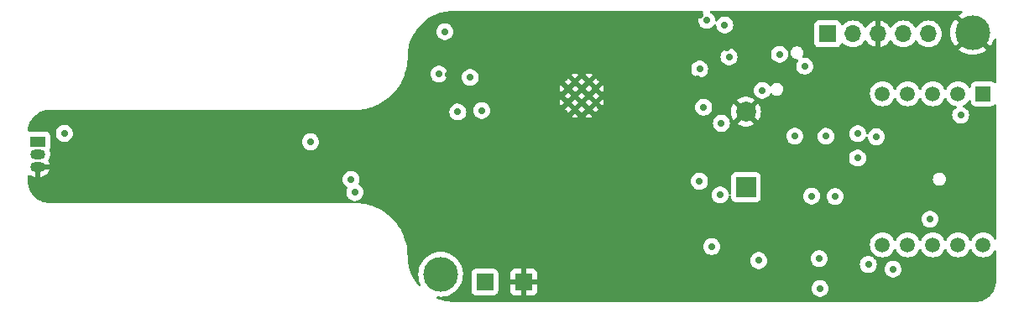
<source format=gbr>
%TF.GenerationSoftware,KiCad,Pcbnew,8.0.2*%
%TF.CreationDate,2024-05-19T20:09:33-03:00*%
%TF.ProjectId,Diseno1,44697365-6e6f-4312-9e6b-696361645f70,01*%
%TF.SameCoordinates,Original*%
%TF.FileFunction,Copper,L2,Inr*%
%TF.FilePolarity,Positive*%
%FSLAX46Y46*%
G04 Gerber Fmt 4.6, Leading zero omitted, Abs format (unit mm)*
G04 Created by KiCad (PCBNEW 8.0.2) date 2024-05-19 20:09:33*
%MOMM*%
%LPD*%
G01*
G04 APERTURE LIST*
%TA.AperFunction,ComponentPad*%
%ADD10R,1.700000X1.700000*%
%TD*%
%TA.AperFunction,ComponentPad*%
%ADD11R,1.500000X1.500000*%
%TD*%
%TA.AperFunction,ComponentPad*%
%ADD12C,1.500000*%
%TD*%
%TA.AperFunction,ComponentPad*%
%ADD13O,1.700000X1.700000*%
%TD*%
%TA.AperFunction,ComponentPad*%
%ADD14C,3.500000*%
%TD*%
%TA.AperFunction,ComponentPad*%
%ADD15R,1.500000X1.050000*%
%TD*%
%TA.AperFunction,ComponentPad*%
%ADD16O,1.500000X1.050000*%
%TD*%
%TA.AperFunction,HeatsinkPad*%
%ADD17C,0.600000*%
%TD*%
%TA.AperFunction,ComponentPad*%
%ADD18R,2.000000X2.000000*%
%TD*%
%TA.AperFunction,ComponentPad*%
%ADD19C,2.000000*%
%TD*%
%TA.AperFunction,ViaPad*%
%ADD20C,0.700000*%
%TD*%
G04 APERTURE END LIST*
D10*
%TO.N,Net-(J2-Pin_1)*%
%TO.C,J2*%
X79590000Y-113170000D03*
%TD*%
D11*
%TO.N,Net-(U7-D)*%
%TO.C,U7*%
X129861014Y-94183463D03*
D12*
%TO.N,Net-(U7-DP)*%
X127321014Y-94183463D03*
%TO.N,Net-(U7-E)*%
X124781014Y-94183463D03*
%TO.N,Net-(U7-C)*%
X122241014Y-94183463D03*
%TO.N,Net-(U7-DIG2)*%
X119701014Y-94183463D03*
%TO.N,Net-(U7-B)*%
X119701014Y-109423000D03*
%TO.N,Net-(U7-A)*%
X122241014Y-109423000D03*
%TO.N,Net-(U7-F)*%
X124781014Y-109423000D03*
%TO.N,Net-(U7-G)*%
X127321014Y-109423000D03*
%TO.N,Net-(U7-DIG1)*%
X129861014Y-109423000D03*
%TD*%
D10*
%TO.N,/ESPRX2FTDI*%
%TO.C,J1*%
X114190000Y-88140000D03*
D13*
%TO.N,/ESPTX2FTDI*%
X116730000Y-88140000D03*
%TO.N,GND*%
X119270000Y-88140000D03*
%TO.N,/U0RTS*%
X121810000Y-88140000D03*
%TO.N,/U0DTR*%
X124350000Y-88140000D03*
%TD*%
D14*
%TO.N,Net-(J2-Pin_1)*%
%TO.C,H2*%
X75140000Y-112400000D03*
%TD*%
D10*
%TO.N,GND*%
%TO.C,J3*%
X83510000Y-113190000D03*
%TD*%
D15*
%TO.N,+5V*%
%TO.C,U1*%
X34500000Y-99000000D03*
D16*
%TO.N,Net-(U1-V_{OUT})*%
X34500000Y-100270000D03*
%TO.N,GND*%
X34500000Y-101540000D03*
%TD*%
D14*
%TO.N,GND*%
%TO.C,H1*%
X128810000Y-88000000D03*
%TD*%
D17*
%TO.N,GND*%
%TO.C,U5*%
X87990000Y-93660000D03*
X87990000Y-95060000D03*
X88690000Y-92960000D03*
X88690000Y-94360000D03*
X88690000Y-95760000D03*
X89365000Y-93660000D03*
X89365000Y-95060000D03*
X90090000Y-92960000D03*
X90090000Y-94360000D03*
X90090000Y-95760000D03*
X90790000Y-93660000D03*
X90790000Y-95060000D03*
%TD*%
D18*
%TO.N,Net-(BZ1-+)*%
%TO.C,BZ1*%
X105940000Y-103600000D03*
D19*
%TO.N,GND*%
X105940000Y-96000000D03*
%TD*%
D20*
%TO.N,GND*%
X70990000Y-100340000D03*
X89000000Y-106800000D03*
X75710000Y-109680000D03*
X75870000Y-92280000D03*
X120875000Y-103050000D03*
X84400000Y-105600000D03*
X98930000Y-110450000D03*
X40520000Y-103610000D03*
X101070000Y-92660000D03*
X103970000Y-89550000D03*
X127760000Y-98615000D03*
X77750000Y-98750000D03*
X116650000Y-109700000D03*
X76070000Y-86490000D03*
X56570000Y-104160000D03*
X110180000Y-104770000D03*
X72520000Y-109200000D03*
X101269426Y-86215021D03*
X106180000Y-106820000D03*
X61960000Y-97440000D03*
X115510000Y-110700000D03*
X53420000Y-103450000D03*
X112260000Y-107930000D03*
%TO.N,+5V*%
X37180000Y-98180000D03*
X62010000Y-99030000D03*
X66110000Y-102830000D03*
X66480000Y-104120000D03*
%TO.N,VDD*%
X124500000Y-106850000D03*
X102490000Y-109600000D03*
X74973423Y-92201550D03*
X75570000Y-87915000D03*
X113320000Y-110820000D03*
X107210000Y-111010000D03*
X127600000Y-96350000D03*
X113400000Y-113820000D03*
%TO.N,/EN*%
X79290000Y-95860000D03*
X103800000Y-87240000D03*
%TO.N,/BOOT*%
X101250000Y-103010000D03*
X101670000Y-95550000D03*
%TO.N,/U0DTR*%
X107590000Y-93840000D03*
X109320000Y-90190000D03*
%TO.N,/U0RTS*%
X111860000Y-91400000D03*
%TO.N,/GATEQ3*%
X103350000Y-104400000D03*
X103460000Y-97160000D03*
%TO.N,/SENSOR_VN*%
X78130000Y-92540000D03*
X76870000Y-96020000D03*
%TO.N,/ESPTX2FTDI*%
X104230000Y-90450000D03*
%TO.N,/ESPRX2FTDI*%
X101270000Y-91700000D03*
X101970000Y-86780000D03*
%TO.N,Net-(U7-DIG1)*%
X118280000Y-111410000D03*
X114930000Y-104550000D03*
%TO.N,Net-(U7-F)*%
X114025000Y-98475000D03*
X117190000Y-100675000D03*
%TO.N,Net-(U7-DIG2)*%
X112580000Y-104510000D03*
%TO.N,Net-(U7-B)*%
X117230000Y-98220000D03*
%TO.N,Net-(U7-A)*%
X119100000Y-98530000D03*
%TO.N,Net-(U7-G)*%
X110870000Y-98470000D03*
X120770000Y-111870000D03*
%TD*%
%TA.AperFunction,Conductor*%
%TO.N,GND*%
G36*
X101562625Y-85820185D02*
G01*
X101608380Y-85872989D01*
X101618324Y-85942147D01*
X101589299Y-86005703D01*
X101546022Y-86037779D01*
X101542408Y-86039387D01*
X101397768Y-86144475D01*
X101278140Y-86277336D01*
X101188750Y-86432164D01*
X101188747Y-86432170D01*
X101133504Y-86602192D01*
X101133503Y-86602194D01*
X101114815Y-86780000D01*
X101133503Y-86957805D01*
X101133504Y-86957807D01*
X101188747Y-87127829D01*
X101188750Y-87127835D01*
X101278141Y-87282665D01*
X101319812Y-87328946D01*
X101397764Y-87415521D01*
X101397767Y-87415523D01*
X101397770Y-87415526D01*
X101542407Y-87520612D01*
X101705733Y-87593329D01*
X101880609Y-87630500D01*
X101880610Y-87630500D01*
X102059389Y-87630500D01*
X102059391Y-87630500D01*
X102234267Y-87593329D01*
X102397593Y-87520612D01*
X102542230Y-87415526D01*
X102545103Y-87412336D01*
X102597828Y-87353778D01*
X102661859Y-87282665D01*
X102714215Y-87191980D01*
X102764780Y-87143767D01*
X102833387Y-87130543D01*
X102898252Y-87156511D01*
X102938781Y-87213424D01*
X102944922Y-87241020D01*
X102963503Y-87417804D01*
X102963504Y-87417807D01*
X103018747Y-87587829D01*
X103018750Y-87587835D01*
X103108141Y-87742665D01*
X103149812Y-87788946D01*
X103227764Y-87875521D01*
X103227767Y-87875523D01*
X103227770Y-87875526D01*
X103372407Y-87980612D01*
X103535733Y-88053329D01*
X103710609Y-88090500D01*
X103710610Y-88090500D01*
X103889389Y-88090500D01*
X103889391Y-88090500D01*
X104064267Y-88053329D01*
X104227593Y-87980612D01*
X104372230Y-87875526D01*
X104491859Y-87742665D01*
X104581250Y-87587835D01*
X104636497Y-87417803D01*
X104654961Y-87242135D01*
X112839500Y-87242135D01*
X112839500Y-89037870D01*
X112839501Y-89037876D01*
X112845908Y-89097483D01*
X112896202Y-89232328D01*
X112896206Y-89232335D01*
X112982452Y-89347544D01*
X112982455Y-89347547D01*
X113097664Y-89433793D01*
X113097671Y-89433797D01*
X113232517Y-89484091D01*
X113232516Y-89484091D01*
X113239444Y-89484835D01*
X113292127Y-89490500D01*
X115087872Y-89490499D01*
X115147483Y-89484091D01*
X115282331Y-89433796D01*
X115397546Y-89347546D01*
X115483796Y-89232331D01*
X115532810Y-89100916D01*
X115574681Y-89044984D01*
X115640145Y-89020566D01*
X115708418Y-89035417D01*
X115736673Y-89056569D01*
X115858599Y-89178495D01*
X115955384Y-89246265D01*
X116052165Y-89314032D01*
X116052167Y-89314033D01*
X116052170Y-89314035D01*
X116266337Y-89413903D01*
X116494592Y-89475063D01*
X116671034Y-89490500D01*
X116729999Y-89495659D01*
X116730000Y-89495659D01*
X116730001Y-89495659D01*
X116788966Y-89490500D01*
X116965408Y-89475063D01*
X117193663Y-89413903D01*
X117407830Y-89314035D01*
X117601401Y-89178495D01*
X117768495Y-89011401D01*
X117898730Y-88825405D01*
X117953307Y-88781781D01*
X118022805Y-88774587D01*
X118085160Y-88806110D01*
X118101879Y-88825405D01*
X118231890Y-89011078D01*
X118398917Y-89178105D01*
X118592421Y-89313600D01*
X118806507Y-89413429D01*
X118806516Y-89413433D01*
X119020000Y-89470634D01*
X119020000Y-88573012D01*
X119077007Y-88605925D01*
X119204174Y-88640000D01*
X119335826Y-88640000D01*
X119462993Y-88605925D01*
X119520000Y-88573012D01*
X119520000Y-89470633D01*
X119733483Y-89413433D01*
X119733492Y-89413429D01*
X119947578Y-89313600D01*
X120141082Y-89178105D01*
X120308105Y-89011082D01*
X120438119Y-88825405D01*
X120492696Y-88781781D01*
X120562195Y-88774588D01*
X120624549Y-88806110D01*
X120641269Y-88825405D01*
X120654180Y-88843844D01*
X120771505Y-89011401D01*
X120938599Y-89178495D01*
X121035384Y-89246265D01*
X121132165Y-89314032D01*
X121132167Y-89314033D01*
X121132170Y-89314035D01*
X121346337Y-89413903D01*
X121574592Y-89475063D01*
X121751034Y-89490500D01*
X121809999Y-89495659D01*
X121810000Y-89495659D01*
X121810001Y-89495659D01*
X121868966Y-89490500D01*
X122045408Y-89475063D01*
X122273663Y-89413903D01*
X122487830Y-89314035D01*
X122681401Y-89178495D01*
X122848495Y-89011401D01*
X122962891Y-88848026D01*
X122978425Y-88825842D01*
X123033002Y-88782217D01*
X123102500Y-88775023D01*
X123164855Y-88806546D01*
X123181575Y-88825842D01*
X123311500Y-89011395D01*
X123311505Y-89011401D01*
X123478599Y-89178495D01*
X123575384Y-89246265D01*
X123672165Y-89314032D01*
X123672167Y-89314033D01*
X123672170Y-89314035D01*
X123886337Y-89413903D01*
X124114592Y-89475063D01*
X124291034Y-89490500D01*
X124349999Y-89495659D01*
X124350000Y-89495659D01*
X124350001Y-89495659D01*
X124408966Y-89490500D01*
X124585408Y-89475063D01*
X124813663Y-89413903D01*
X125027830Y-89314035D01*
X125221401Y-89178495D01*
X125388495Y-89011401D01*
X125524035Y-88817830D01*
X125623903Y-88603663D01*
X125685063Y-88375408D01*
X125705659Y-88140000D01*
X125685063Y-87904592D01*
X125623903Y-87676337D01*
X125524035Y-87462171D01*
X125518731Y-87454595D01*
X125388494Y-87268597D01*
X125221402Y-87101506D01*
X125221395Y-87101501D01*
X125027834Y-86965967D01*
X125027830Y-86965965D01*
X125010331Y-86957805D01*
X124813663Y-86866097D01*
X124813659Y-86866096D01*
X124813655Y-86866094D01*
X124585413Y-86804938D01*
X124585403Y-86804936D01*
X124350001Y-86784341D01*
X124349999Y-86784341D01*
X124114596Y-86804936D01*
X124114586Y-86804938D01*
X123886344Y-86866094D01*
X123886335Y-86866098D01*
X123672171Y-86965964D01*
X123672169Y-86965965D01*
X123478597Y-87101505D01*
X123311505Y-87268597D01*
X123181575Y-87454158D01*
X123126998Y-87497783D01*
X123057500Y-87504977D01*
X122995145Y-87473454D01*
X122978425Y-87454158D01*
X122848494Y-87268597D01*
X122681402Y-87101506D01*
X122681395Y-87101501D01*
X122487834Y-86965967D01*
X122487830Y-86965965D01*
X122470331Y-86957805D01*
X122273663Y-86866097D01*
X122273659Y-86866096D01*
X122273655Y-86866094D01*
X122045413Y-86804938D01*
X122045403Y-86804936D01*
X121810001Y-86784341D01*
X121809999Y-86784341D01*
X121574596Y-86804936D01*
X121574586Y-86804938D01*
X121346344Y-86866094D01*
X121346335Y-86866098D01*
X121132171Y-86965964D01*
X121132169Y-86965965D01*
X120938597Y-87101505D01*
X120771508Y-87268594D01*
X120641269Y-87454595D01*
X120586692Y-87498219D01*
X120517193Y-87505412D01*
X120454839Y-87473890D01*
X120438119Y-87454594D01*
X120308113Y-87268926D01*
X120308108Y-87268920D01*
X120141082Y-87101894D01*
X119947578Y-86966399D01*
X119733492Y-86866570D01*
X119733486Y-86866567D01*
X119520000Y-86809364D01*
X119520000Y-87706988D01*
X119462993Y-87674075D01*
X119335826Y-87640000D01*
X119204174Y-87640000D01*
X119077007Y-87674075D01*
X119020000Y-87706988D01*
X119020000Y-86809364D01*
X119019999Y-86809364D01*
X118806513Y-86866567D01*
X118806507Y-86866570D01*
X118592422Y-86966399D01*
X118592420Y-86966400D01*
X118398926Y-87101886D01*
X118398920Y-87101891D01*
X118231891Y-87268920D01*
X118231890Y-87268922D01*
X118101880Y-87454595D01*
X118047303Y-87498219D01*
X117977804Y-87505412D01*
X117915450Y-87473890D01*
X117898730Y-87454594D01*
X117768494Y-87268597D01*
X117601402Y-87101506D01*
X117601395Y-87101501D01*
X117407834Y-86965967D01*
X117407830Y-86965965D01*
X117390331Y-86957805D01*
X117193663Y-86866097D01*
X117193659Y-86866096D01*
X117193655Y-86866094D01*
X116965413Y-86804938D01*
X116965403Y-86804936D01*
X116730001Y-86784341D01*
X116729999Y-86784341D01*
X116494596Y-86804936D01*
X116494586Y-86804938D01*
X116266344Y-86866094D01*
X116266335Y-86866098D01*
X116052171Y-86965964D01*
X116052169Y-86965965D01*
X115858600Y-87101503D01*
X115736673Y-87223430D01*
X115675350Y-87256914D01*
X115605658Y-87251930D01*
X115549725Y-87210058D01*
X115532810Y-87179081D01*
X115483797Y-87047671D01*
X115483793Y-87047664D01*
X115397547Y-86932455D01*
X115397544Y-86932452D01*
X115282335Y-86846206D01*
X115282328Y-86846202D01*
X115147482Y-86795908D01*
X115147483Y-86795908D01*
X115087883Y-86789501D01*
X115087881Y-86789500D01*
X115087873Y-86789500D01*
X115087864Y-86789500D01*
X113292129Y-86789500D01*
X113292123Y-86789501D01*
X113232516Y-86795908D01*
X113097671Y-86846202D01*
X113097664Y-86846206D01*
X112982455Y-86932452D01*
X112982452Y-86932455D01*
X112896206Y-87047664D01*
X112896202Y-87047671D01*
X112845908Y-87182517D01*
X112839501Y-87242116D01*
X112839500Y-87242135D01*
X104654961Y-87242135D01*
X104655185Y-87240000D01*
X104636497Y-87062197D01*
X104608873Y-86977181D01*
X104581252Y-86892170D01*
X104581249Y-86892164D01*
X104579685Y-86889455D01*
X104491859Y-86737335D01*
X104429376Y-86667941D01*
X104372235Y-86604478D01*
X104372232Y-86604476D01*
X104372231Y-86604475D01*
X104372230Y-86604474D01*
X104227593Y-86499388D01*
X104064267Y-86426671D01*
X104064265Y-86426670D01*
X103936594Y-86399533D01*
X103889391Y-86389500D01*
X103710609Y-86389500D01*
X103679954Y-86396015D01*
X103535733Y-86426670D01*
X103535728Y-86426672D01*
X103372408Y-86499387D01*
X103227768Y-86604475D01*
X103108139Y-86737336D01*
X103055785Y-86828017D01*
X103005218Y-86876233D01*
X102936611Y-86889455D01*
X102871746Y-86863487D01*
X102831218Y-86806573D01*
X102825078Y-86778984D01*
X102806497Y-86602197D01*
X102751250Y-86432165D01*
X102661859Y-86277335D01*
X102615003Y-86225296D01*
X102542235Y-86144478D01*
X102542232Y-86144476D01*
X102542231Y-86144475D01*
X102542230Y-86144474D01*
X102419790Y-86055515D01*
X102397592Y-86039387D01*
X102393979Y-86037779D01*
X102392228Y-86036291D01*
X102391970Y-86036142D01*
X102391997Y-86036094D01*
X102340742Y-85992529D01*
X102320421Y-85925680D01*
X102339466Y-85858456D01*
X102391833Y-85812201D01*
X102444415Y-85800500D01*
X127651163Y-85800500D01*
X127718202Y-85820185D01*
X127763957Y-85872989D01*
X127773901Y-85942147D01*
X127744876Y-86005703D01*
X127706007Y-86035712D01*
X127682593Y-86047258D01*
X127682580Y-86047265D01*
X127437346Y-86211126D01*
X127437339Y-86211131D01*
X127403959Y-86240403D01*
X127403959Y-86240405D01*
X128227262Y-87063709D01*
X128093398Y-87160967D01*
X127970967Y-87283398D01*
X127873709Y-87417263D01*
X127050405Y-86593959D01*
X127050403Y-86593959D01*
X127021131Y-86627339D01*
X127021126Y-86627346D01*
X126857265Y-86872580D01*
X126857258Y-86872593D01*
X126726812Y-87137111D01*
X126632005Y-87416400D01*
X126632001Y-87416415D01*
X126574464Y-87705675D01*
X126574462Y-87705687D01*
X126555172Y-88000000D01*
X126574462Y-88294312D01*
X126574464Y-88294324D01*
X126632001Y-88583584D01*
X126632005Y-88583599D01*
X126726812Y-88862888D01*
X126857258Y-89127406D01*
X126857265Y-89127419D01*
X127021123Y-89372649D01*
X127050405Y-89406040D01*
X127873708Y-88582736D01*
X127970967Y-88716602D01*
X128093398Y-88839033D01*
X128227262Y-88936290D01*
X127403958Y-89759593D01*
X127437350Y-89788876D01*
X127682580Y-89952734D01*
X127682593Y-89952741D01*
X127947111Y-90083187D01*
X128226400Y-90177994D01*
X128226415Y-90177998D01*
X128515675Y-90235535D01*
X128515687Y-90235537D01*
X128810000Y-90254827D01*
X129104312Y-90235537D01*
X129104324Y-90235535D01*
X129393584Y-90177998D01*
X129393599Y-90177994D01*
X129672888Y-90083187D01*
X129937406Y-89952741D01*
X129937419Y-89952734D01*
X130182648Y-89788877D01*
X130216039Y-89759593D01*
X129392737Y-88936290D01*
X129526602Y-88839033D01*
X129649033Y-88716602D01*
X129746290Y-88582737D01*
X130569593Y-89406039D01*
X130598877Y-89372648D01*
X130762734Y-89127419D01*
X130762741Y-89127406D01*
X130893187Y-88862888D01*
X130959681Y-88667007D01*
X130999870Y-88609853D01*
X131064579Y-88583500D01*
X131133264Y-88596314D01*
X131184116Y-88644228D01*
X131201100Y-88706866D01*
X131201100Y-93013993D01*
X131181415Y-93081032D01*
X131128611Y-93126787D01*
X131059453Y-93136731D01*
X130995897Y-93107706D01*
X130977835Y-93088307D01*
X130976927Y-93087094D01*
X130968560Y-93075917D01*
X130924141Y-93042665D01*
X130853349Y-92989669D01*
X130853342Y-92989665D01*
X130718496Y-92939371D01*
X130718497Y-92939371D01*
X130658897Y-92932964D01*
X130658895Y-92932963D01*
X130658887Y-92932963D01*
X130658878Y-92932963D01*
X129063143Y-92932963D01*
X129063137Y-92932964D01*
X129003530Y-92939371D01*
X128868685Y-92989665D01*
X128868678Y-92989669D01*
X128753469Y-93075915D01*
X128753466Y-93075918D01*
X128667220Y-93191127D01*
X128667216Y-93191134D01*
X128616922Y-93325980D01*
X128610515Y-93385579D01*
X128610514Y-93385598D01*
X128610514Y-93451601D01*
X128590829Y-93518640D01*
X128538025Y-93564395D01*
X128468867Y-93574339D01*
X128405311Y-93545314D01*
X128384939Y-93522724D01*
X128282613Y-93376587D01*
X128212472Y-93306446D01*
X128127891Y-93221865D01*
X127978561Y-93117303D01*
X127948652Y-93096360D01*
X127849498Y-93050124D01*
X127750344Y-93003888D01*
X127750340Y-93003887D01*
X127750336Y-93003885D01*
X127538991Y-92947256D01*
X127321016Y-92928186D01*
X127321012Y-92928186D01*
X127193165Y-92939371D01*
X127103037Y-92947256D01*
X127103034Y-92947256D01*
X126891691Y-93003885D01*
X126891682Y-93003889D01*
X126693375Y-93096361D01*
X126693371Y-93096363D01*
X126514135Y-93221865D01*
X126359416Y-93376584D01*
X126233914Y-93555820D01*
X126233912Y-93555824D01*
X126163396Y-93707046D01*
X126117223Y-93759485D01*
X126050030Y-93778637D01*
X125983149Y-93758421D01*
X125938632Y-93707046D01*
X125893123Y-93609452D01*
X125868116Y-93555825D01*
X125868114Y-93555822D01*
X125868113Y-93555820D01*
X125742613Y-93376587D01*
X125672472Y-93306446D01*
X125587891Y-93221865D01*
X125438561Y-93117303D01*
X125408652Y-93096360D01*
X125309498Y-93050124D01*
X125210344Y-93003888D01*
X125210340Y-93003887D01*
X125210336Y-93003885D01*
X124998991Y-92947256D01*
X124781016Y-92928186D01*
X124781012Y-92928186D01*
X124653165Y-92939371D01*
X124563037Y-92947256D01*
X124563034Y-92947256D01*
X124351691Y-93003885D01*
X124351682Y-93003889D01*
X124153375Y-93096361D01*
X124153371Y-93096363D01*
X123974135Y-93221865D01*
X123819416Y-93376584D01*
X123693914Y-93555820D01*
X123693912Y-93555824D01*
X123623396Y-93707046D01*
X123577223Y-93759485D01*
X123510030Y-93778637D01*
X123443149Y-93758421D01*
X123398632Y-93707046D01*
X123353123Y-93609452D01*
X123328116Y-93555825D01*
X123328114Y-93555822D01*
X123328113Y-93555820D01*
X123202613Y-93376587D01*
X123132472Y-93306446D01*
X123047891Y-93221865D01*
X122898561Y-93117303D01*
X122868652Y-93096360D01*
X122769498Y-93050124D01*
X122670344Y-93003888D01*
X122670340Y-93003887D01*
X122670336Y-93003885D01*
X122458991Y-92947256D01*
X122241016Y-92928186D01*
X122241012Y-92928186D01*
X122113165Y-92939371D01*
X122023037Y-92947256D01*
X122023034Y-92947256D01*
X121811691Y-93003885D01*
X121811682Y-93003889D01*
X121613375Y-93096361D01*
X121613371Y-93096363D01*
X121434135Y-93221865D01*
X121279416Y-93376584D01*
X121153914Y-93555820D01*
X121153912Y-93555824D01*
X121083396Y-93707046D01*
X121037223Y-93759485D01*
X120970030Y-93778637D01*
X120903149Y-93758421D01*
X120858632Y-93707046D01*
X120813123Y-93609452D01*
X120788116Y-93555825D01*
X120788114Y-93555822D01*
X120788113Y-93555820D01*
X120662613Y-93376587D01*
X120592472Y-93306446D01*
X120507891Y-93221865D01*
X120358561Y-93117303D01*
X120328652Y-93096360D01*
X120229498Y-93050124D01*
X120130344Y-93003888D01*
X120130340Y-93003887D01*
X120130336Y-93003885D01*
X119918991Y-92947256D01*
X119701016Y-92928186D01*
X119701012Y-92928186D01*
X119573165Y-92939371D01*
X119483037Y-92947256D01*
X119483034Y-92947256D01*
X119271691Y-93003885D01*
X119271682Y-93003889D01*
X119073375Y-93096361D01*
X119073371Y-93096363D01*
X118894135Y-93221865D01*
X118739416Y-93376584D01*
X118613914Y-93555820D01*
X118613912Y-93555824D01*
X118521440Y-93754131D01*
X118521436Y-93754140D01*
X118464807Y-93965483D01*
X118464807Y-93965487D01*
X118447394Y-94164528D01*
X118445737Y-94183463D01*
X118464807Y-94401440D01*
X118468881Y-94416645D01*
X118521436Y-94612785D01*
X118521438Y-94612789D01*
X118521439Y-94612793D01*
X118543396Y-94659879D01*
X118613911Y-94811101D01*
X118639012Y-94846949D01*
X118739416Y-94990340D01*
X118894137Y-95145061D01*
X119073375Y-95270565D01*
X119271684Y-95363038D01*
X119483037Y-95419670D01*
X119665940Y-95435671D01*
X119701012Y-95438740D01*
X119701014Y-95438740D01*
X119701016Y-95438740D01*
X119729268Y-95436268D01*
X119918991Y-95419670D01*
X120130344Y-95363038D01*
X120328653Y-95270565D01*
X120507891Y-95145061D01*
X120662612Y-94990340D01*
X120788116Y-94811102D01*
X120858632Y-94659877D01*
X120904804Y-94607440D01*
X120971998Y-94588288D01*
X121038879Y-94608504D01*
X121083395Y-94659877D01*
X121153912Y-94811102D01*
X121279416Y-94990340D01*
X121434137Y-95145061D01*
X121613375Y-95270565D01*
X121811684Y-95363038D01*
X122023037Y-95419670D01*
X122205940Y-95435671D01*
X122241012Y-95438740D01*
X122241014Y-95438740D01*
X122241016Y-95438740D01*
X122269268Y-95436268D01*
X122458991Y-95419670D01*
X122670344Y-95363038D01*
X122868653Y-95270565D01*
X123047891Y-95145061D01*
X123202612Y-94990340D01*
X123328116Y-94811102D01*
X123398632Y-94659877D01*
X123444804Y-94607440D01*
X123511998Y-94588288D01*
X123578879Y-94608504D01*
X123623395Y-94659877D01*
X123693912Y-94811102D01*
X123819416Y-94990340D01*
X123974137Y-95145061D01*
X124153375Y-95270565D01*
X124351684Y-95363038D01*
X124563037Y-95419670D01*
X124745940Y-95435671D01*
X124781012Y-95438740D01*
X124781014Y-95438740D01*
X124781016Y-95438740D01*
X124809268Y-95436268D01*
X124998991Y-95419670D01*
X125210344Y-95363038D01*
X125408653Y-95270565D01*
X125587891Y-95145061D01*
X125742612Y-94990340D01*
X125868116Y-94811102D01*
X125938632Y-94659877D01*
X125984804Y-94607440D01*
X126051998Y-94588288D01*
X126118879Y-94608504D01*
X126163395Y-94659877D01*
X126233912Y-94811102D01*
X126359416Y-94990340D01*
X126514137Y-95145061D01*
X126693375Y-95270565D01*
X126891684Y-95363038D01*
X126891690Y-95363039D01*
X126891691Y-95363040D01*
X126925866Y-95372197D01*
X127093372Y-95417080D01*
X127153033Y-95453445D01*
X127183562Y-95516292D01*
X127175267Y-95585667D01*
X127134165Y-95637173D01*
X127027768Y-95714475D01*
X126908140Y-95847336D01*
X126818750Y-96002164D01*
X126818747Y-96002170D01*
X126763504Y-96172192D01*
X126763503Y-96172194D01*
X126744815Y-96350000D01*
X126763503Y-96527805D01*
X126763504Y-96527807D01*
X126818747Y-96697829D01*
X126818750Y-96697835D01*
X126908141Y-96852665D01*
X126924200Y-96870500D01*
X127027764Y-96985521D01*
X127027767Y-96985523D01*
X127027770Y-96985526D01*
X127172407Y-97090612D01*
X127335733Y-97163329D01*
X127510609Y-97200500D01*
X127510610Y-97200500D01*
X127689389Y-97200500D01*
X127689391Y-97200500D01*
X127864267Y-97163329D01*
X128027593Y-97090612D01*
X128172230Y-96985526D01*
X128175228Y-96982197D01*
X128198148Y-96956741D01*
X128291859Y-96852665D01*
X128381250Y-96697835D01*
X128436497Y-96527803D01*
X128455185Y-96350000D01*
X128436497Y-96172197D01*
X128383922Y-96010387D01*
X128381252Y-96002170D01*
X128381249Y-96002164D01*
X128379999Y-95999999D01*
X128291859Y-95847335D01*
X128224478Y-95772501D01*
X128172235Y-95714478D01*
X128172232Y-95714476D01*
X128172231Y-95714475D01*
X128172230Y-95714474D01*
X128027593Y-95609388D01*
X127864267Y-95536671D01*
X127864265Y-95536670D01*
X127864073Y-95536585D01*
X127810836Y-95491335D01*
X127790514Y-95424486D01*
X127809559Y-95357262D01*
X127861922Y-95311007D01*
X127948653Y-95270565D01*
X128127891Y-95145061D01*
X128282612Y-94990340D01*
X128384942Y-94844197D01*
X128439516Y-94800575D01*
X128509014Y-94793381D01*
X128571369Y-94824904D01*
X128606783Y-94885133D01*
X128610514Y-94915321D01*
X128610514Y-94981332D01*
X128610515Y-94981339D01*
X128616922Y-95040946D01*
X128667216Y-95175791D01*
X128667220Y-95175798D01*
X128753466Y-95291007D01*
X128753469Y-95291010D01*
X128868678Y-95377256D01*
X128868685Y-95377260D01*
X129003531Y-95427554D01*
X129003530Y-95427554D01*
X129010458Y-95428298D01*
X129063141Y-95433963D01*
X130658886Y-95433962D01*
X130718497Y-95427554D01*
X130853345Y-95377259D01*
X130968560Y-95291009D01*
X130977834Y-95278619D01*
X131033767Y-95236750D01*
X131103459Y-95231766D01*
X131164782Y-95265251D01*
X131198266Y-95326575D01*
X131201100Y-95352932D01*
X131201100Y-108778560D01*
X131181415Y-108845599D01*
X131128611Y-108891354D01*
X131059453Y-108901298D01*
X130995897Y-108872273D01*
X130964718Y-108830965D01*
X130948116Y-108795362D01*
X130948113Y-108795358D01*
X130948113Y-108795357D01*
X130822613Y-108616124D01*
X130747579Y-108541090D01*
X130667891Y-108461402D01*
X130488653Y-108335898D01*
X130488654Y-108335898D01*
X130488652Y-108335897D01*
X130389498Y-108289661D01*
X130290344Y-108243425D01*
X130290340Y-108243424D01*
X130290336Y-108243422D01*
X130078991Y-108186793D01*
X129861016Y-108167723D01*
X129861012Y-108167723D01*
X129715696Y-108180436D01*
X129643037Y-108186793D01*
X129643034Y-108186793D01*
X129431691Y-108243422D01*
X129431682Y-108243426D01*
X129233375Y-108335898D01*
X129233371Y-108335900D01*
X129054135Y-108461402D01*
X128899416Y-108616121D01*
X128773914Y-108795357D01*
X128773912Y-108795361D01*
X128703396Y-108946583D01*
X128657223Y-108999022D01*
X128590030Y-109018174D01*
X128523149Y-108997958D01*
X128478632Y-108946583D01*
X128424718Y-108830965D01*
X128408116Y-108795362D01*
X128408114Y-108795359D01*
X128408113Y-108795357D01*
X128282613Y-108616124D01*
X128207579Y-108541090D01*
X128127891Y-108461402D01*
X127948653Y-108335898D01*
X127948654Y-108335898D01*
X127948652Y-108335897D01*
X127849498Y-108289661D01*
X127750344Y-108243425D01*
X127750340Y-108243424D01*
X127750336Y-108243422D01*
X127538991Y-108186793D01*
X127321016Y-108167723D01*
X127321012Y-108167723D01*
X127175696Y-108180436D01*
X127103037Y-108186793D01*
X127103034Y-108186793D01*
X126891691Y-108243422D01*
X126891682Y-108243426D01*
X126693375Y-108335898D01*
X126693371Y-108335900D01*
X126514135Y-108461402D01*
X126359416Y-108616121D01*
X126233914Y-108795357D01*
X126233912Y-108795361D01*
X126163396Y-108946583D01*
X126117223Y-108999022D01*
X126050030Y-109018174D01*
X125983149Y-108997958D01*
X125938632Y-108946583D01*
X125884718Y-108830965D01*
X125868116Y-108795362D01*
X125868114Y-108795359D01*
X125868113Y-108795357D01*
X125742613Y-108616124D01*
X125667579Y-108541090D01*
X125587891Y-108461402D01*
X125408653Y-108335898D01*
X125408654Y-108335898D01*
X125408652Y-108335897D01*
X125309498Y-108289661D01*
X125210344Y-108243425D01*
X125210340Y-108243424D01*
X125210336Y-108243422D01*
X124998991Y-108186793D01*
X124781016Y-108167723D01*
X124781012Y-108167723D01*
X124635696Y-108180436D01*
X124563037Y-108186793D01*
X124563034Y-108186793D01*
X124351691Y-108243422D01*
X124351682Y-108243426D01*
X124153375Y-108335898D01*
X124153371Y-108335900D01*
X123974135Y-108461402D01*
X123819416Y-108616121D01*
X123693914Y-108795357D01*
X123693912Y-108795361D01*
X123623396Y-108946583D01*
X123577223Y-108999022D01*
X123510030Y-109018174D01*
X123443149Y-108997958D01*
X123398632Y-108946583D01*
X123344718Y-108830965D01*
X123328116Y-108795362D01*
X123328114Y-108795359D01*
X123328113Y-108795357D01*
X123202613Y-108616124D01*
X123127579Y-108541090D01*
X123047891Y-108461402D01*
X122868653Y-108335898D01*
X122868654Y-108335898D01*
X122868652Y-108335897D01*
X122769498Y-108289661D01*
X122670344Y-108243425D01*
X122670340Y-108243424D01*
X122670336Y-108243422D01*
X122458991Y-108186793D01*
X122241016Y-108167723D01*
X122241012Y-108167723D01*
X122095696Y-108180436D01*
X122023037Y-108186793D01*
X122023034Y-108186793D01*
X121811691Y-108243422D01*
X121811682Y-108243426D01*
X121613375Y-108335898D01*
X121613371Y-108335900D01*
X121434135Y-108461402D01*
X121279416Y-108616121D01*
X121153914Y-108795357D01*
X121153912Y-108795361D01*
X121083396Y-108946583D01*
X121037223Y-108999022D01*
X120970030Y-109018174D01*
X120903149Y-108997958D01*
X120858632Y-108946583D01*
X120804718Y-108830965D01*
X120788116Y-108795362D01*
X120788114Y-108795359D01*
X120788113Y-108795357D01*
X120662613Y-108616124D01*
X120587579Y-108541090D01*
X120507891Y-108461402D01*
X120328653Y-108335898D01*
X120328654Y-108335898D01*
X120328652Y-108335897D01*
X120229498Y-108289661D01*
X120130344Y-108243425D01*
X120130340Y-108243424D01*
X120130336Y-108243422D01*
X119918991Y-108186793D01*
X119701016Y-108167723D01*
X119701012Y-108167723D01*
X119555696Y-108180436D01*
X119483037Y-108186793D01*
X119483034Y-108186793D01*
X119271691Y-108243422D01*
X119271682Y-108243426D01*
X119073375Y-108335898D01*
X119073371Y-108335900D01*
X118894135Y-108461402D01*
X118739416Y-108616121D01*
X118613914Y-108795357D01*
X118613912Y-108795361D01*
X118521440Y-108993668D01*
X118521436Y-108993677D01*
X118464807Y-109205020D01*
X118464807Y-109205024D01*
X118445737Y-109422997D01*
X118445737Y-109423002D01*
X118464807Y-109640975D01*
X118464807Y-109640979D01*
X118521436Y-109852322D01*
X118521438Y-109852326D01*
X118521439Y-109852330D01*
X118563926Y-109943444D01*
X118613911Y-110050638D01*
X118613912Y-110050639D01*
X118739416Y-110229877D01*
X118894137Y-110384598D01*
X119073375Y-110510102D01*
X119271684Y-110602575D01*
X119483037Y-110659207D01*
X119665940Y-110675208D01*
X119701012Y-110678277D01*
X119701014Y-110678277D01*
X119701016Y-110678277D01*
X119729268Y-110675805D01*
X119918991Y-110659207D01*
X120130344Y-110602575D01*
X120328653Y-110510102D01*
X120507891Y-110384598D01*
X120662612Y-110229877D01*
X120788116Y-110050639D01*
X120858632Y-109899414D01*
X120904804Y-109846977D01*
X120971998Y-109827825D01*
X121038879Y-109848041D01*
X121083395Y-109899414D01*
X121153912Y-110050639D01*
X121279416Y-110229877D01*
X121434137Y-110384598D01*
X121613375Y-110510102D01*
X121811684Y-110602575D01*
X122023037Y-110659207D01*
X122205940Y-110675208D01*
X122241012Y-110678277D01*
X122241014Y-110678277D01*
X122241016Y-110678277D01*
X122269268Y-110675805D01*
X122458991Y-110659207D01*
X122670344Y-110602575D01*
X122868653Y-110510102D01*
X123047891Y-110384598D01*
X123202612Y-110229877D01*
X123328116Y-110050639D01*
X123398632Y-109899414D01*
X123444804Y-109846977D01*
X123511998Y-109827825D01*
X123578879Y-109848041D01*
X123623395Y-109899414D01*
X123693912Y-110050639D01*
X123819416Y-110229877D01*
X123974137Y-110384598D01*
X124153375Y-110510102D01*
X124351684Y-110602575D01*
X124563037Y-110659207D01*
X124745940Y-110675208D01*
X124781012Y-110678277D01*
X124781014Y-110678277D01*
X124781016Y-110678277D01*
X124809268Y-110675805D01*
X124998991Y-110659207D01*
X125210344Y-110602575D01*
X125408653Y-110510102D01*
X125587891Y-110384598D01*
X125742612Y-110229877D01*
X125868116Y-110050639D01*
X125938632Y-109899414D01*
X125984804Y-109846977D01*
X126051998Y-109827825D01*
X126118879Y-109848041D01*
X126163395Y-109899414D01*
X126233912Y-110050639D01*
X126359416Y-110229877D01*
X126514137Y-110384598D01*
X126693375Y-110510102D01*
X126891684Y-110602575D01*
X127103037Y-110659207D01*
X127285940Y-110675208D01*
X127321012Y-110678277D01*
X127321014Y-110678277D01*
X127321016Y-110678277D01*
X127349268Y-110675805D01*
X127538991Y-110659207D01*
X127750344Y-110602575D01*
X127948653Y-110510102D01*
X128127891Y-110384598D01*
X128282612Y-110229877D01*
X128408116Y-110050639D01*
X128478632Y-109899414D01*
X128524804Y-109846977D01*
X128591998Y-109827825D01*
X128658879Y-109848041D01*
X128703395Y-109899414D01*
X128773912Y-110050639D01*
X128899416Y-110229877D01*
X129054137Y-110384598D01*
X129233375Y-110510102D01*
X129431684Y-110602575D01*
X129643037Y-110659207D01*
X129825940Y-110675208D01*
X129861012Y-110678277D01*
X129861014Y-110678277D01*
X129861016Y-110678277D01*
X129889268Y-110675805D01*
X130078991Y-110659207D01*
X130290344Y-110602575D01*
X130488653Y-110510102D01*
X130667891Y-110384598D01*
X130822612Y-110229877D01*
X130948116Y-110050639D01*
X130964718Y-110015036D01*
X131010890Y-109962596D01*
X131078083Y-109943444D01*
X131144965Y-109963660D01*
X131190299Y-110016825D01*
X131201100Y-110067440D01*
X131201100Y-112986660D01*
X131200856Y-112994442D01*
X131183671Y-113267733D01*
X131181714Y-113283213D01*
X131132831Y-113539164D01*
X131128965Y-113554213D01*
X131048441Y-113802092D01*
X131042720Y-113816550D01*
X130931873Y-114052265D01*
X130924347Y-114065956D01*
X130784696Y-114285931D01*
X130775557Y-114298507D01*
X130609497Y-114499257D01*
X130598823Y-114510623D01*
X130408856Y-114688971D01*
X130396876Y-114698881D01*
X130186171Y-114851993D01*
X130173018Y-114860342D01*
X129944672Y-114985882D01*
X129930555Y-114992523D01*
X129688318Y-115088372D01*
X129673541Y-115093172D01*
X129421092Y-115158008D01*
X129405812Y-115160925D01*
X129243549Y-115181456D01*
X129147419Y-115193619D01*
X129131855Y-115194600D01*
X129039562Y-115194600D01*
X128960438Y-115194600D01*
X128957914Y-115195276D01*
X128925826Y-115199500D01*
X76592835Y-115199500D01*
X76560743Y-115195275D01*
X76539564Y-115189600D01*
X76539562Y-115189600D01*
X76212711Y-115189600D01*
X76197168Y-115188622D01*
X75957152Y-115158297D01*
X75627241Y-115116614D01*
X75611957Y-115113699D01*
X75055510Y-114970882D01*
X75040680Y-114966063D01*
X74814653Y-114876550D01*
X74759571Y-114833564D01*
X74736473Y-114767623D01*
X74752693Y-114699662D01*
X74803080Y-114651259D01*
X74868419Y-114637528D01*
X75005176Y-114646492D01*
X75139994Y-114655329D01*
X75140000Y-114655329D01*
X75140007Y-114655329D01*
X75375675Y-114639881D01*
X75434380Y-114636034D01*
X75723722Y-114578481D01*
X76003077Y-114483652D01*
X76267665Y-114353172D01*
X76512957Y-114189273D01*
X76734758Y-113994758D01*
X76929273Y-113772957D01*
X77093172Y-113527665D01*
X77223652Y-113263077D01*
X77318481Y-112983722D01*
X77376034Y-112694380D01*
X77381525Y-112610610D01*
X77395329Y-112400007D01*
X77395329Y-112399992D01*
X77386948Y-112272135D01*
X78239500Y-112272135D01*
X78239500Y-114067870D01*
X78239501Y-114067876D01*
X78245908Y-114127483D01*
X78296202Y-114262328D01*
X78296206Y-114262335D01*
X78382452Y-114377544D01*
X78382455Y-114377547D01*
X78497664Y-114463793D01*
X78497671Y-114463797D01*
X78632517Y-114514091D01*
X78632516Y-114514091D01*
X78639444Y-114514835D01*
X78692127Y-114520500D01*
X80487872Y-114520499D01*
X80547483Y-114514091D01*
X80682331Y-114463796D01*
X80797546Y-114377546D01*
X80883796Y-114262331D01*
X80934091Y-114127483D01*
X80940500Y-114067873D01*
X80940499Y-112292155D01*
X82160000Y-112292155D01*
X82160000Y-112940000D01*
X83076988Y-112940000D01*
X83044075Y-112997007D01*
X83010000Y-113124174D01*
X83010000Y-113255826D01*
X83044075Y-113382993D01*
X83076988Y-113440000D01*
X82160000Y-113440000D01*
X82160000Y-114087844D01*
X82166401Y-114147372D01*
X82166403Y-114147379D01*
X82216645Y-114282086D01*
X82216649Y-114282093D01*
X82302809Y-114397187D01*
X82302812Y-114397190D01*
X82417906Y-114483350D01*
X82417913Y-114483354D01*
X82552620Y-114533596D01*
X82552627Y-114533598D01*
X82612155Y-114539999D01*
X82612172Y-114540000D01*
X83260000Y-114540000D01*
X83260000Y-113623012D01*
X83317007Y-113655925D01*
X83444174Y-113690000D01*
X83575826Y-113690000D01*
X83702993Y-113655925D01*
X83760000Y-113623012D01*
X83760000Y-114540000D01*
X84407828Y-114540000D01*
X84407844Y-114539999D01*
X84467372Y-114533598D01*
X84467379Y-114533596D01*
X84602086Y-114483354D01*
X84602093Y-114483350D01*
X84717187Y-114397190D01*
X84717190Y-114397187D01*
X84803350Y-114282093D01*
X84803354Y-114282086D01*
X84853596Y-114147379D01*
X84853598Y-114147372D01*
X84859999Y-114087844D01*
X84860000Y-114087827D01*
X84860000Y-113820000D01*
X112544815Y-113820000D01*
X112563503Y-113997805D01*
X112563504Y-113997807D01*
X112618747Y-114167829D01*
X112618750Y-114167835D01*
X112708141Y-114322665D01*
X112732257Y-114349448D01*
X112827764Y-114455521D01*
X112827767Y-114455523D01*
X112827770Y-114455526D01*
X112972407Y-114560612D01*
X113135733Y-114633329D01*
X113310609Y-114670500D01*
X113310610Y-114670500D01*
X113489389Y-114670500D01*
X113489391Y-114670500D01*
X113664267Y-114633329D01*
X113827593Y-114560612D01*
X113972230Y-114455526D01*
X114091859Y-114322665D01*
X114181250Y-114167835D01*
X114236497Y-113997803D01*
X114255185Y-113820000D01*
X114236497Y-113642197D01*
X114181250Y-113472165D01*
X114091859Y-113317335D01*
X114036042Y-113255344D01*
X113972235Y-113184478D01*
X113972232Y-113184476D01*
X113972231Y-113184475D01*
X113972230Y-113184474D01*
X113827593Y-113079388D01*
X113664267Y-113006671D01*
X113664265Y-113006670D01*
X113535845Y-112979374D01*
X113489391Y-112969500D01*
X113310609Y-112969500D01*
X113279954Y-112976015D01*
X113135733Y-113006670D01*
X113135728Y-113006672D01*
X112972408Y-113079387D01*
X112827768Y-113184475D01*
X112708140Y-113317336D01*
X112618750Y-113472164D01*
X112618747Y-113472170D01*
X112563504Y-113642192D01*
X112563503Y-113642194D01*
X112544815Y-113820000D01*
X84860000Y-113820000D01*
X84860000Y-113440000D01*
X83943012Y-113440000D01*
X83975925Y-113382993D01*
X84010000Y-113255826D01*
X84010000Y-113124174D01*
X83975925Y-112997007D01*
X83943012Y-112940000D01*
X84860000Y-112940000D01*
X84860000Y-112292172D01*
X84859999Y-112292155D01*
X84853598Y-112232627D01*
X84853596Y-112232620D01*
X84803354Y-112097913D01*
X84803350Y-112097906D01*
X84717190Y-111982812D01*
X84717187Y-111982809D01*
X84602093Y-111896649D01*
X84602086Y-111896645D01*
X84467379Y-111846403D01*
X84467372Y-111846401D01*
X84407844Y-111840000D01*
X83760000Y-111840000D01*
X83760000Y-112756988D01*
X83702993Y-112724075D01*
X83575826Y-112690000D01*
X83444174Y-112690000D01*
X83317007Y-112724075D01*
X83260000Y-112756988D01*
X83260000Y-111840000D01*
X82612155Y-111840000D01*
X82552627Y-111846401D01*
X82552620Y-111846403D01*
X82417913Y-111896645D01*
X82417906Y-111896649D01*
X82302812Y-111982809D01*
X82302809Y-111982812D01*
X82216649Y-112097906D01*
X82216645Y-112097913D01*
X82166403Y-112232620D01*
X82166401Y-112232627D01*
X82160000Y-112292155D01*
X80940499Y-112292155D01*
X80940499Y-112272128D01*
X80934091Y-112212517D01*
X80911001Y-112150610D01*
X80883797Y-112077671D01*
X80883793Y-112077664D01*
X80797547Y-111962455D01*
X80797544Y-111962452D01*
X80682335Y-111876206D01*
X80682328Y-111876202D01*
X80547482Y-111825908D01*
X80547483Y-111825908D01*
X80487883Y-111819501D01*
X80487881Y-111819500D01*
X80487873Y-111819500D01*
X80487864Y-111819500D01*
X78692129Y-111819500D01*
X78692123Y-111819501D01*
X78632516Y-111825908D01*
X78497671Y-111876202D01*
X78497664Y-111876206D01*
X78382455Y-111962452D01*
X78382452Y-111962455D01*
X78296206Y-112077664D01*
X78296202Y-112077671D01*
X78245908Y-112212517D01*
X78243296Y-112236818D01*
X78239501Y-112272123D01*
X78239500Y-112272135D01*
X77386948Y-112272135D01*
X77376035Y-112105636D01*
X77376034Y-112105620D01*
X77318481Y-111816278D01*
X77223652Y-111536923D01*
X77093172Y-111272336D01*
X76929273Y-111027043D01*
X76914327Y-111010000D01*
X106354815Y-111010000D01*
X106373503Y-111187805D01*
X106373504Y-111187807D01*
X106428747Y-111357829D01*
X106428750Y-111357835D01*
X106518141Y-111512665D01*
X106539983Y-111536923D01*
X106637764Y-111645521D01*
X106637767Y-111645523D01*
X106637770Y-111645526D01*
X106782407Y-111750612D01*
X106945733Y-111823329D01*
X107120609Y-111860500D01*
X107120610Y-111860500D01*
X107299389Y-111860500D01*
X107299391Y-111860500D01*
X107474267Y-111823329D01*
X107637593Y-111750612D01*
X107782230Y-111645526D01*
X107793213Y-111633329D01*
X107808148Y-111616741D01*
X107901859Y-111512665D01*
X107991250Y-111357835D01*
X108046497Y-111187803D01*
X108065185Y-111010000D01*
X108046497Y-110832197D01*
X108042534Y-110820000D01*
X112464815Y-110820000D01*
X112483503Y-110997805D01*
X112483504Y-110997807D01*
X112538747Y-111167829D01*
X112538750Y-111167835D01*
X112628141Y-111322665D01*
X112668362Y-111367335D01*
X112747764Y-111455521D01*
X112747767Y-111455523D01*
X112747770Y-111455526D01*
X112892407Y-111560612D01*
X113055733Y-111633329D01*
X113230609Y-111670500D01*
X113230610Y-111670500D01*
X113409389Y-111670500D01*
X113409391Y-111670500D01*
X113584267Y-111633329D01*
X113747593Y-111560612D01*
X113892230Y-111455526D01*
X113933222Y-111410000D01*
X117424815Y-111410000D01*
X117443503Y-111587805D01*
X117443504Y-111587807D01*
X117498747Y-111757829D01*
X117498750Y-111757835D01*
X117588141Y-111912665D01*
X117629812Y-111958946D01*
X117707764Y-112045521D01*
X117707767Y-112045523D01*
X117707770Y-112045526D01*
X117852407Y-112150612D01*
X118015733Y-112223329D01*
X118190609Y-112260500D01*
X118190610Y-112260500D01*
X118369389Y-112260500D01*
X118369391Y-112260500D01*
X118544267Y-112223329D01*
X118707593Y-112150612D01*
X118852230Y-112045526D01*
X118971859Y-111912665D01*
X118996492Y-111870000D01*
X119914815Y-111870000D01*
X119933503Y-112047805D01*
X119933504Y-112047807D01*
X119988747Y-112217829D01*
X119988750Y-112217835D01*
X120078141Y-112372665D01*
X120102754Y-112400000D01*
X120197764Y-112505521D01*
X120197767Y-112505523D01*
X120197770Y-112505526D01*
X120342407Y-112610612D01*
X120505733Y-112683329D01*
X120680609Y-112720500D01*
X120680610Y-112720500D01*
X120859389Y-112720500D01*
X120859391Y-112720500D01*
X121034267Y-112683329D01*
X121197593Y-112610612D01*
X121342230Y-112505526D01*
X121461859Y-112372665D01*
X121551250Y-112217835D01*
X121606497Y-112047803D01*
X121625185Y-111870000D01*
X121606497Y-111692197D01*
X121578873Y-111607181D01*
X121551252Y-111522170D01*
X121551249Y-111522164D01*
X121512773Y-111455521D01*
X121461859Y-111367335D01*
X121415003Y-111315296D01*
X121342235Y-111234478D01*
X121342232Y-111234476D01*
X121342231Y-111234475D01*
X121342230Y-111234474D01*
X121197593Y-111129388D01*
X121034267Y-111056671D01*
X121034265Y-111056670D01*
X120894878Y-111027043D01*
X120859391Y-111019500D01*
X120680609Y-111019500D01*
X120649954Y-111026015D01*
X120505733Y-111056670D01*
X120505728Y-111056672D01*
X120342408Y-111129387D01*
X120197768Y-111234475D01*
X120078140Y-111367336D01*
X119988750Y-111522164D01*
X119988747Y-111522170D01*
X119933504Y-111692192D01*
X119933503Y-111692194D01*
X119914815Y-111870000D01*
X118996492Y-111870000D01*
X119061250Y-111757835D01*
X119116497Y-111587803D01*
X119135185Y-111410000D01*
X119116497Y-111232197D01*
X119081707Y-111125125D01*
X119061252Y-111062170D01*
X119061249Y-111062164D01*
X118971859Y-110907335D01*
X118925003Y-110855296D01*
X118852235Y-110774478D01*
X118852232Y-110774476D01*
X118852231Y-110774475D01*
X118852230Y-110774474D01*
X118707593Y-110669388D01*
X118544267Y-110596671D01*
X118544265Y-110596670D01*
X118416594Y-110569533D01*
X118369391Y-110559500D01*
X118190609Y-110559500D01*
X118159954Y-110566015D01*
X118015733Y-110596670D01*
X118015728Y-110596672D01*
X117852408Y-110669387D01*
X117707768Y-110774475D01*
X117588140Y-110907336D01*
X117498750Y-111062164D01*
X117498747Y-111062170D01*
X117443504Y-111232192D01*
X117443503Y-111232194D01*
X117424815Y-111410000D01*
X113933222Y-111410000D01*
X114011859Y-111322665D01*
X114101250Y-111167835D01*
X114156497Y-110997803D01*
X114175185Y-110820000D01*
X114156497Y-110642197D01*
X114112678Y-110507336D01*
X114101252Y-110472170D01*
X114101249Y-110472164D01*
X114011859Y-110317335D01*
X113938195Y-110235523D01*
X113892235Y-110184478D01*
X113892232Y-110184476D01*
X113892231Y-110184475D01*
X113892230Y-110184474D01*
X113747593Y-110079388D01*
X113584267Y-110006671D01*
X113584265Y-110006670D01*
X113456594Y-109979533D01*
X113409391Y-109969500D01*
X113230609Y-109969500D01*
X113199954Y-109976015D01*
X113055733Y-110006670D01*
X113055728Y-110006672D01*
X112892408Y-110079387D01*
X112747768Y-110184475D01*
X112628140Y-110317336D01*
X112538750Y-110472164D01*
X112538747Y-110472170D01*
X112483504Y-110642192D01*
X112483503Y-110642194D01*
X112464815Y-110820000D01*
X108042534Y-110820000D01*
X107996485Y-110678277D01*
X107991252Y-110662170D01*
X107991249Y-110662164D01*
X107989542Y-110659207D01*
X107901859Y-110507335D01*
X107847378Y-110446828D01*
X107782235Y-110374478D01*
X107782232Y-110374476D01*
X107782231Y-110374475D01*
X107782230Y-110374474D01*
X107637593Y-110269388D01*
X107474267Y-110196671D01*
X107474265Y-110196670D01*
X107320411Y-110163968D01*
X107299391Y-110159500D01*
X107120609Y-110159500D01*
X107099608Y-110163964D01*
X106945733Y-110196670D01*
X106945728Y-110196672D01*
X106782408Y-110269387D01*
X106637768Y-110374475D01*
X106518140Y-110507336D01*
X106428750Y-110662164D01*
X106428747Y-110662170D01*
X106373504Y-110832192D01*
X106373503Y-110832194D01*
X106354815Y-111010000D01*
X76914327Y-111010000D01*
X76886655Y-110978447D01*
X76734758Y-110805241D01*
X76512955Y-110610725D01*
X76267667Y-110446829D01*
X76267660Y-110446825D01*
X76003080Y-110316349D01*
X75723730Y-110221521D01*
X75723724Y-110221519D01*
X75723722Y-110221519D01*
X75434380Y-110163966D01*
X75434373Y-110163965D01*
X75434363Y-110163964D01*
X75140007Y-110144671D01*
X75139993Y-110144671D01*
X74845636Y-110163964D01*
X74845624Y-110163965D01*
X74845620Y-110163966D01*
X74845612Y-110163967D01*
X74845609Y-110163968D01*
X74556283Y-110221518D01*
X74556269Y-110221521D01*
X74276919Y-110316349D01*
X74012334Y-110446828D01*
X73767041Y-110610728D01*
X73545241Y-110805241D01*
X73350728Y-111027041D01*
X73186828Y-111272334D01*
X73056349Y-111536919D01*
X72961521Y-111816269D01*
X72961518Y-111816283D01*
X72903968Y-112105609D01*
X72903964Y-112105636D01*
X72884671Y-112399992D01*
X72884671Y-112400007D01*
X72903964Y-112694363D01*
X72903965Y-112694373D01*
X72903966Y-112694380D01*
X72903968Y-112694390D01*
X72961518Y-112983716D01*
X72961521Y-112983730D01*
X73056350Y-113263082D01*
X73056351Y-113263085D01*
X73114505Y-113381011D01*
X73126501Y-113449843D01*
X73099380Y-113514234D01*
X73041751Y-113553739D01*
X72971912Y-113555817D01*
X72912037Y-113519808D01*
X72907746Y-113514891D01*
X72892952Y-113497007D01*
X72703464Y-113267935D01*
X72694321Y-113255349D01*
X72386522Y-112770321D01*
X72379034Y-112756701D01*
X72134372Y-112236817D01*
X72128637Y-112222328D01*
X72127177Y-112217835D01*
X71951135Y-111675918D01*
X71947277Y-111660892D01*
X71839581Y-111096614D01*
X71837630Y-111081168D01*
X71836436Y-111062170D01*
X71762321Y-109883304D01*
X71762409Y-109866468D01*
X71763189Y-109855852D01*
X71762515Y-109852322D01*
X71760785Y-109843253D01*
X71758831Y-109827790D01*
X71758026Y-109814981D01*
X71758025Y-109814978D01*
X71758025Y-109814976D01*
X71754630Y-109804888D01*
X71750351Y-109788581D01*
X71722183Y-109640975D01*
X71714364Y-109600000D01*
X101634815Y-109600000D01*
X101653503Y-109777805D01*
X101653504Y-109777807D01*
X101708747Y-109947829D01*
X101708750Y-109947835D01*
X101798141Y-110102665D01*
X101835964Y-110144671D01*
X101917764Y-110235521D01*
X101917767Y-110235523D01*
X101917770Y-110235526D01*
X102062407Y-110340612D01*
X102225733Y-110413329D01*
X102400609Y-110450500D01*
X102400610Y-110450500D01*
X102579389Y-110450500D01*
X102579391Y-110450500D01*
X102754267Y-110413329D01*
X102917593Y-110340612D01*
X103062230Y-110235526D01*
X103067317Y-110229877D01*
X103108194Y-110184478D01*
X103181859Y-110102665D01*
X103271250Y-109947835D01*
X103326497Y-109777803D01*
X103345185Y-109600000D01*
X103326497Y-109422197D01*
X103271250Y-109252165D01*
X103181859Y-109097335D01*
X103110582Y-109018174D01*
X103062235Y-108964478D01*
X103062232Y-108964476D01*
X103062231Y-108964475D01*
X103062230Y-108964474D01*
X102917593Y-108859388D01*
X102754267Y-108786671D01*
X102754265Y-108786670D01*
X102626594Y-108759533D01*
X102579391Y-108749500D01*
X102400609Y-108749500D01*
X102369954Y-108756015D01*
X102225733Y-108786670D01*
X102225728Y-108786672D01*
X102062408Y-108859387D01*
X101917768Y-108964475D01*
X101798140Y-109097336D01*
X101708750Y-109252164D01*
X101708747Y-109252170D01*
X101653504Y-109422192D01*
X101653503Y-109422194D01*
X101634815Y-109600000D01*
X71714364Y-109600000D01*
X71643501Y-109228668D01*
X71641475Y-109211920D01*
X71640921Y-109201334D01*
X71636939Y-109189076D01*
X71633069Y-109174003D01*
X71630657Y-109161360D01*
X71626042Y-109151816D01*
X71619749Y-109136164D01*
X71443626Y-108594001D01*
X71439525Y-108577677D01*
X71437638Y-108567188D01*
X71432175Y-108555581D01*
X71426438Y-108541090D01*
X71422475Y-108528891D01*
X71416672Y-108519954D01*
X71408477Y-108505231D01*
X71165727Y-107989463D01*
X71159594Y-107973732D01*
X71156427Y-107963624D01*
X71156426Y-107963623D01*
X71149522Y-107952742D01*
X71142027Y-107939109D01*
X71136542Y-107927455D01*
X71136541Y-107927453D01*
X71129704Y-107919364D01*
X71119710Y-107905759D01*
X70853053Y-107485521D01*
X70814315Y-107424473D01*
X70806278Y-107409669D01*
X70801846Y-107399989D01*
X70793670Y-107390108D01*
X70784512Y-107377505D01*
X70777634Y-107366664D01*
X70769792Y-107359452D01*
X70758191Y-107347227D01*
X70394785Y-106908007D01*
X70384938Y-106894305D01*
X70379351Y-106885293D01*
X70369966Y-106876480D01*
X70359310Y-106865132D01*
X70351108Y-106855218D01*
X70351107Y-106855217D01*
X70351106Y-106855216D01*
X70343765Y-106850000D01*
X123644815Y-106850000D01*
X123663503Y-107027805D01*
X123663504Y-107027807D01*
X123718747Y-107197829D01*
X123718750Y-107197835D01*
X123808141Y-107352665D01*
X123849812Y-107398946D01*
X123927764Y-107485521D01*
X123927767Y-107485523D01*
X123927770Y-107485526D01*
X124072407Y-107590612D01*
X124235733Y-107663329D01*
X124410609Y-107700500D01*
X124410610Y-107700500D01*
X124589389Y-107700500D01*
X124589391Y-107700500D01*
X124764267Y-107663329D01*
X124927593Y-107590612D01*
X125072230Y-107485526D01*
X125191859Y-107352665D01*
X125281250Y-107197835D01*
X125336497Y-107027803D01*
X125355185Y-106850000D01*
X125336497Y-106672197D01*
X125281250Y-106502165D01*
X125191859Y-106347335D01*
X125102684Y-106248296D01*
X125072235Y-106214478D01*
X125072232Y-106214476D01*
X125072231Y-106214475D01*
X125072230Y-106214474D01*
X124927593Y-106109388D01*
X124764267Y-106036671D01*
X124764265Y-106036670D01*
X124630241Y-106008183D01*
X124589391Y-105999500D01*
X124410609Y-105999500D01*
X124403176Y-106001080D01*
X124235733Y-106036670D01*
X124235728Y-106036672D01*
X124072408Y-106109387D01*
X123927768Y-106214475D01*
X123808140Y-106347336D01*
X123718750Y-106502164D01*
X123718747Y-106502170D01*
X123663504Y-106672192D01*
X123663503Y-106672194D01*
X123644815Y-106850000D01*
X70343765Y-106850000D01*
X70342455Y-106849069D01*
X70329398Y-106838382D01*
X70152432Y-106672192D01*
X69913899Y-106448183D01*
X69902423Y-106435834D01*
X69895734Y-106427573D01*
X69885334Y-106420017D01*
X69873338Y-106410092D01*
X69863971Y-106401295D01*
X69863970Y-106401294D01*
X69854602Y-106396271D01*
X69840319Y-106387312D01*
X69379143Y-106052251D01*
X69366209Y-106041436D01*
X69358542Y-106034084D01*
X69358539Y-106034081D01*
X69347264Y-106027882D01*
X69334131Y-106019548D01*
X69323722Y-106011986D01*
X69323717Y-106011984D01*
X69313815Y-106008183D01*
X69298512Y-106001080D01*
X68799026Y-105726471D01*
X68784836Y-105717361D01*
X68776309Y-105711028D01*
X68776306Y-105711026D01*
X68776305Y-105711026D01*
X68764346Y-105706290D01*
X68750264Y-105699663D01*
X68739010Y-105693476D01*
X68739008Y-105693475D01*
X68739004Y-105693473D01*
X68739000Y-105693472D01*
X68728685Y-105690938D01*
X68712621Y-105685811D01*
X68182618Y-105475961D01*
X68167402Y-105468703D01*
X68158146Y-105463488D01*
X68145696Y-105460291D01*
X68130898Y-105455483D01*
X68118941Y-105450749D01*
X68108371Y-105449525D01*
X68091801Y-105446453D01*
X67539654Y-105304695D01*
X67523638Y-105299398D01*
X67513813Y-105295388D01*
X67510140Y-105294924D01*
X67501051Y-105293776D01*
X67485764Y-105290860D01*
X67473310Y-105287662D01*
X67473303Y-105287661D01*
X67462684Y-105287773D01*
X67445847Y-105286802D01*
X66880272Y-105215355D01*
X66863725Y-105212109D01*
X66853468Y-105209361D01*
X66853464Y-105209360D01*
X66853462Y-105209360D01*
X66853459Y-105209360D01*
X66840606Y-105209360D01*
X66825064Y-105208382D01*
X66812311Y-105206770D01*
X66801784Y-105208213D01*
X66784955Y-105209360D01*
X66625422Y-105209360D01*
X66558383Y-105189675D01*
X66512628Y-105136871D01*
X66502684Y-105067713D01*
X66531709Y-105004157D01*
X66590487Y-104966383D01*
X66599636Y-104964071D01*
X66744267Y-104933329D01*
X66907593Y-104860612D01*
X67052230Y-104755526D01*
X67059161Y-104747829D01*
X67103255Y-104698857D01*
X67171859Y-104622665D01*
X67261250Y-104467835D01*
X67283291Y-104400000D01*
X102494815Y-104400000D01*
X102513503Y-104577805D01*
X102513504Y-104577807D01*
X102568747Y-104747829D01*
X102568750Y-104747835D01*
X102658141Y-104902665D01*
X102695755Y-104944439D01*
X102777764Y-105035521D01*
X102777767Y-105035523D01*
X102777770Y-105035526D01*
X102922407Y-105140612D01*
X103085733Y-105213329D01*
X103260609Y-105250500D01*
X103260610Y-105250500D01*
X103439389Y-105250500D01*
X103439391Y-105250500D01*
X103614267Y-105213329D01*
X103777593Y-105140612D01*
X103922230Y-105035526D01*
X104041859Y-104902665D01*
X104131250Y-104747835D01*
X104186497Y-104577803D01*
X104192180Y-104523725D01*
X104218763Y-104459115D01*
X104276059Y-104419130D01*
X104345878Y-104416469D01*
X104406052Y-104451977D01*
X104437477Y-104514381D01*
X104439500Y-104536689D01*
X104439500Y-104647870D01*
X104439501Y-104647876D01*
X104445908Y-104707483D01*
X104496202Y-104842328D01*
X104496206Y-104842335D01*
X104582452Y-104957544D01*
X104582455Y-104957547D01*
X104697664Y-105043793D01*
X104697671Y-105043797D01*
X104832517Y-105094091D01*
X104832516Y-105094091D01*
X104839444Y-105094835D01*
X104892127Y-105100500D01*
X106987872Y-105100499D01*
X107047483Y-105094091D01*
X107182331Y-105043796D01*
X107297546Y-104957546D01*
X107383796Y-104842331D01*
X107434091Y-104707483D01*
X107440500Y-104647873D01*
X107440500Y-104510000D01*
X111724815Y-104510000D01*
X111743503Y-104687805D01*
X111743504Y-104687807D01*
X111798747Y-104857829D01*
X111798750Y-104857835D01*
X111888141Y-105012665D01*
X111924157Y-105052665D01*
X112007764Y-105145521D01*
X112007767Y-105145523D01*
X112007770Y-105145526D01*
X112152407Y-105250612D01*
X112315733Y-105323329D01*
X112490609Y-105360500D01*
X112490610Y-105360500D01*
X112669389Y-105360500D01*
X112669391Y-105360500D01*
X112844267Y-105323329D01*
X113007593Y-105250612D01*
X113152230Y-105145526D01*
X113156657Y-105140610D01*
X113178148Y-105116741D01*
X113271859Y-105012665D01*
X113361250Y-104857835D01*
X113416497Y-104687803D01*
X113430981Y-104550000D01*
X114074815Y-104550000D01*
X114093503Y-104727805D01*
X114093504Y-104727807D01*
X114148747Y-104897829D01*
X114148750Y-104897835D01*
X114238141Y-105052665D01*
X114272911Y-105091281D01*
X114357764Y-105185521D01*
X114357767Y-105185523D01*
X114357770Y-105185526D01*
X114502407Y-105290612D01*
X114665733Y-105363329D01*
X114840609Y-105400500D01*
X114840610Y-105400500D01*
X115019389Y-105400500D01*
X115019391Y-105400500D01*
X115194267Y-105363329D01*
X115357593Y-105290612D01*
X115502230Y-105185526D01*
X115505924Y-105181424D01*
X115542671Y-105140612D01*
X115621859Y-105052665D01*
X115711250Y-104897835D01*
X115766497Y-104727803D01*
X115785185Y-104550000D01*
X115766497Y-104372197D01*
X115717759Y-104222197D01*
X115711252Y-104202170D01*
X115711249Y-104202164D01*
X115621859Y-104047335D01*
X115573540Y-103993672D01*
X115502235Y-103914478D01*
X115502232Y-103914476D01*
X115502231Y-103914475D01*
X115502230Y-103914474D01*
X115357593Y-103809388D01*
X115194267Y-103736671D01*
X115194265Y-103736670D01*
X115066594Y-103709533D01*
X115019391Y-103699500D01*
X114840609Y-103699500D01*
X114809954Y-103706015D01*
X114665733Y-103736670D01*
X114665728Y-103736672D01*
X114502408Y-103809387D01*
X114357768Y-103914475D01*
X114238140Y-104047336D01*
X114148750Y-104202164D01*
X114148747Y-104202170D01*
X114093504Y-104372192D01*
X114093503Y-104372194D01*
X114074815Y-104550000D01*
X113430981Y-104550000D01*
X113435185Y-104510000D01*
X113416497Y-104332197D01*
X113380754Y-104222192D01*
X113361252Y-104162170D01*
X113361249Y-104162164D01*
X113336906Y-104120000D01*
X113271859Y-104007335D01*
X113225003Y-103955296D01*
X113152235Y-103874478D01*
X113152232Y-103874476D01*
X113152231Y-103874475D01*
X113152230Y-103874474D01*
X113007593Y-103769388D01*
X112844267Y-103696671D01*
X112844265Y-103696670D01*
X112716594Y-103669533D01*
X112669391Y-103659500D01*
X112490609Y-103659500D01*
X112459954Y-103666015D01*
X112315733Y-103696670D01*
X112315728Y-103696672D01*
X112152408Y-103769387D01*
X112007768Y-103874475D01*
X111888140Y-104007336D01*
X111798750Y-104162164D01*
X111798747Y-104162170D01*
X111743504Y-104332192D01*
X111743503Y-104332194D01*
X111724815Y-104510000D01*
X107440500Y-104510000D01*
X107440499Y-102799999D01*
X124794722Y-102799999D01*
X124794722Y-102800000D01*
X124813762Y-102956818D01*
X124848646Y-103048798D01*
X124869780Y-103104523D01*
X124959517Y-103234530D01*
X125077760Y-103339283D01*
X125077762Y-103339284D01*
X125217634Y-103412696D01*
X125371014Y-103450500D01*
X125371015Y-103450500D01*
X125528985Y-103450500D01*
X125682365Y-103412696D01*
X125750211Y-103377087D01*
X125822240Y-103339283D01*
X125940483Y-103234530D01*
X126030220Y-103104523D01*
X126086237Y-102956818D01*
X126105278Y-102800000D01*
X126086237Y-102643182D01*
X126030220Y-102495477D01*
X125940483Y-102365470D01*
X125822240Y-102260717D01*
X125822238Y-102260716D01*
X125822237Y-102260715D01*
X125682365Y-102187303D01*
X125528986Y-102149500D01*
X125528985Y-102149500D01*
X125371015Y-102149500D01*
X125371014Y-102149500D01*
X125217634Y-102187303D01*
X125077762Y-102260715D01*
X124959516Y-102365471D01*
X124869781Y-102495475D01*
X124869780Y-102495476D01*
X124813762Y-102643181D01*
X124794722Y-102799999D01*
X107440499Y-102799999D01*
X107440499Y-102552128D01*
X107434091Y-102492517D01*
X107390253Y-102374982D01*
X107383797Y-102357671D01*
X107383793Y-102357664D01*
X107297547Y-102242455D01*
X107297544Y-102242452D01*
X107182335Y-102156206D01*
X107182328Y-102156202D01*
X107047482Y-102105908D01*
X107047483Y-102105908D01*
X106987883Y-102099501D01*
X106987881Y-102099500D01*
X106987873Y-102099500D01*
X106987864Y-102099500D01*
X104892129Y-102099500D01*
X104892123Y-102099501D01*
X104832516Y-102105908D01*
X104697671Y-102156202D01*
X104697664Y-102156206D01*
X104582455Y-102242452D01*
X104582452Y-102242455D01*
X104496206Y-102357664D01*
X104496202Y-102357671D01*
X104445908Y-102492517D01*
X104439501Y-102552116D01*
X104439501Y-102552123D01*
X104439500Y-102552135D01*
X104439500Y-104263308D01*
X104419815Y-104330347D01*
X104367011Y-104376102D01*
X104297853Y-104386046D01*
X104234297Y-104357021D01*
X104196523Y-104298243D01*
X104192181Y-104276280D01*
X104186497Y-104222197D01*
X104135999Y-104066780D01*
X104131252Y-104052170D01*
X104131249Y-104052164D01*
X104041859Y-103897335D01*
X103995003Y-103845296D01*
X103922235Y-103764478D01*
X103922232Y-103764476D01*
X103922231Y-103764475D01*
X103922230Y-103764474D01*
X103777593Y-103659388D01*
X103614267Y-103586671D01*
X103614265Y-103586670D01*
X103461747Y-103554252D01*
X103439391Y-103549500D01*
X103260609Y-103549500D01*
X103238253Y-103554252D01*
X103085733Y-103586670D01*
X103085728Y-103586672D01*
X102922408Y-103659387D01*
X102777768Y-103764475D01*
X102658140Y-103897336D01*
X102568750Y-104052164D01*
X102568747Y-104052170D01*
X102513504Y-104222192D01*
X102513503Y-104222194D01*
X102494815Y-104400000D01*
X67283291Y-104400000D01*
X67316497Y-104297803D01*
X67335185Y-104120000D01*
X67316497Y-103942197D01*
X67261250Y-103772165D01*
X67171859Y-103617335D01*
X67110780Y-103549500D01*
X67052235Y-103484478D01*
X67052232Y-103484476D01*
X67052231Y-103484475D01*
X67052230Y-103484474D01*
X66907593Y-103379388D01*
X66904426Y-103377087D01*
X66861761Y-103321756D01*
X66855782Y-103252143D01*
X66869922Y-103214774D01*
X66891250Y-103177835D01*
X66945783Y-103010000D01*
X100394815Y-103010000D01*
X100413503Y-103187805D01*
X100413504Y-103187807D01*
X100468747Y-103357829D01*
X100468750Y-103357835D01*
X100558141Y-103512665D01*
X100595586Y-103554252D01*
X100677764Y-103645521D01*
X100677767Y-103645523D01*
X100677770Y-103645526D01*
X100822407Y-103750612D01*
X100985733Y-103823329D01*
X101160609Y-103860500D01*
X101160610Y-103860500D01*
X101339389Y-103860500D01*
X101339391Y-103860500D01*
X101514267Y-103823329D01*
X101677593Y-103750612D01*
X101822230Y-103645526D01*
X101941859Y-103512665D01*
X102031250Y-103357835D01*
X102086497Y-103187803D01*
X102105185Y-103010000D01*
X102086497Y-102832197D01*
X102031250Y-102662165D01*
X101941859Y-102507335D01*
X101888746Y-102448347D01*
X101822235Y-102374478D01*
X101822232Y-102374476D01*
X101822231Y-102374475D01*
X101822230Y-102374474D01*
X101677593Y-102269388D01*
X101514267Y-102196671D01*
X101514265Y-102196670D01*
X101386594Y-102169533D01*
X101339391Y-102159500D01*
X101160609Y-102159500D01*
X101129954Y-102166015D01*
X100985733Y-102196670D01*
X100985728Y-102196672D01*
X100822408Y-102269387D01*
X100677768Y-102374475D01*
X100558140Y-102507336D01*
X100468750Y-102662164D01*
X100468747Y-102662170D01*
X100413504Y-102832192D01*
X100413503Y-102832194D01*
X100394815Y-103010000D01*
X66945783Y-103010000D01*
X66946497Y-103007803D01*
X66965185Y-102830000D01*
X66946497Y-102652197D01*
X66913983Y-102552129D01*
X66891252Y-102482170D01*
X66891249Y-102482164D01*
X66871721Y-102448340D01*
X66801859Y-102327335D01*
X66741874Y-102260715D01*
X66682235Y-102194478D01*
X66682232Y-102194476D01*
X66682231Y-102194475D01*
X66682230Y-102194474D01*
X66537593Y-102089388D01*
X66374267Y-102016671D01*
X66374265Y-102016670D01*
X66246594Y-101989533D01*
X66199391Y-101979500D01*
X66020609Y-101979500D01*
X65989954Y-101986015D01*
X65845733Y-102016670D01*
X65845728Y-102016672D01*
X65682408Y-102089387D01*
X65537768Y-102194475D01*
X65418140Y-102327336D01*
X65328750Y-102482164D01*
X65328747Y-102482170D01*
X65273504Y-102652192D01*
X65273503Y-102652194D01*
X65254815Y-102830000D01*
X65273503Y-103007805D01*
X65273504Y-103007807D01*
X65328747Y-103177829D01*
X65328750Y-103177835D01*
X65418141Y-103332665D01*
X65458139Y-103377087D01*
X65537764Y-103465521D01*
X65537767Y-103465523D01*
X65537770Y-103465526D01*
X65682407Y-103570612D01*
X65682408Y-103570612D01*
X65685572Y-103572911D01*
X65728237Y-103628241D01*
X65734216Y-103697855D01*
X65720075Y-103735226D01*
X65698750Y-103772163D01*
X65643504Y-103942192D01*
X65643503Y-103942194D01*
X65624815Y-104120000D01*
X65643503Y-104297805D01*
X65643504Y-104297807D01*
X65698747Y-104467829D01*
X65698750Y-104467835D01*
X65788141Y-104622665D01*
X65825248Y-104663876D01*
X65907764Y-104755521D01*
X65907767Y-104755523D01*
X65907770Y-104755526D01*
X66052407Y-104860612D01*
X66215733Y-104933329D01*
X66313971Y-104954210D01*
X66375453Y-104987402D01*
X66409229Y-105048565D01*
X66404577Y-105118280D01*
X66362972Y-105174412D01*
X66297625Y-105199141D01*
X66288190Y-105199500D01*
X35775123Y-105199500D01*
X35743030Y-105195275D01*
X35740362Y-105194560D01*
X35570536Y-105194560D01*
X35554990Y-105193582D01*
X35296489Y-105160916D01*
X35281204Y-105158000D01*
X35232610Y-105145526D01*
X35028858Y-105093222D01*
X35014036Y-105088407D01*
X34913423Y-105048565D01*
X34771799Y-104992482D01*
X34757719Y-104985856D01*
X34529393Y-104860340D01*
X34516242Y-104851995D01*
X34305467Y-104698857D01*
X34293471Y-104688933D01*
X34249743Y-104647872D01*
X34117540Y-104523730D01*
X34103540Y-104510584D01*
X34092877Y-104499229D01*
X33953170Y-104330347D01*
X33926806Y-104298478D01*
X33917657Y-104285885D01*
X33903328Y-104263308D01*
X33778049Y-104065909D01*
X33770545Y-104052259D01*
X33749407Y-104007336D01*
X33659625Y-103816524D01*
X33653894Y-103802049D01*
X33644183Y-103772163D01*
X33573380Y-103554252D01*
X33569508Y-103539172D01*
X33555457Y-103465523D01*
X33520681Y-103283247D01*
X33518729Y-103267794D01*
X33513700Y-103187807D01*
X33501544Y-102994447D01*
X33501300Y-102986667D01*
X33501300Y-102487776D01*
X33520985Y-102420737D01*
X33573789Y-102374982D01*
X33642947Y-102365038D01*
X33694191Y-102384674D01*
X33789473Y-102448340D01*
X33789486Y-102448347D01*
X33976016Y-102525609D01*
X33976025Y-102525612D01*
X34174041Y-102564999D01*
X34174045Y-102565000D01*
X34250000Y-102565000D01*
X34250000Y-101820330D01*
X34269745Y-101840075D01*
X34355255Y-101889444D01*
X34450630Y-101915000D01*
X34549370Y-101915000D01*
X34644745Y-101889444D01*
X34730255Y-101840075D01*
X34750000Y-101820330D01*
X34750000Y-102565000D01*
X34825955Y-102565000D01*
X34825958Y-102564999D01*
X35023974Y-102525612D01*
X35023983Y-102525609D01*
X35210513Y-102448347D01*
X35210526Y-102448340D01*
X35378399Y-102336170D01*
X35378403Y-102336167D01*
X35521167Y-102193403D01*
X35521170Y-102193399D01*
X35633340Y-102025526D01*
X35633347Y-102025513D01*
X35710609Y-101838983D01*
X35710612Y-101838974D01*
X35720353Y-101790000D01*
X34780330Y-101790000D01*
X34800075Y-101770255D01*
X34849444Y-101684745D01*
X34875000Y-101589370D01*
X34875000Y-101490630D01*
X34849444Y-101395255D01*
X34800075Y-101309745D01*
X34785830Y-101295500D01*
X34826004Y-101295500D01*
X34826004Y-101295499D01*
X34839473Y-101292820D01*
X34841674Y-101292383D01*
X34865866Y-101290000D01*
X35720353Y-101290000D01*
X35710612Y-101241025D01*
X35710609Y-101241016D01*
X35633347Y-101054486D01*
X35633343Y-101054479D01*
X35579795Y-100974340D01*
X35558917Y-100907662D01*
X35577401Y-100840282D01*
X35579733Y-100836652D01*
X35633786Y-100755756D01*
X35667237Y-100675000D01*
X116334815Y-100675000D01*
X116353503Y-100852805D01*
X116353504Y-100852807D01*
X116408747Y-101022829D01*
X116408750Y-101022835D01*
X116498141Y-101177665D01*
X116539812Y-101223946D01*
X116617764Y-101310521D01*
X116617767Y-101310523D01*
X116617770Y-101310526D01*
X116762407Y-101415612D01*
X116925733Y-101488329D01*
X117100609Y-101525500D01*
X117100610Y-101525500D01*
X117279389Y-101525500D01*
X117279391Y-101525500D01*
X117454267Y-101488329D01*
X117617593Y-101415612D01*
X117762230Y-101310526D01*
X117762934Y-101309745D01*
X117788148Y-101281741D01*
X117881859Y-101177665D01*
X117971250Y-101022835D01*
X118026497Y-100852803D01*
X118045185Y-100675000D01*
X118026497Y-100497197D01*
X117971250Y-100327165D01*
X117881859Y-100172335D01*
X117835003Y-100120296D01*
X117762235Y-100039478D01*
X117762232Y-100039476D01*
X117762231Y-100039475D01*
X117762230Y-100039474D01*
X117617593Y-99934388D01*
X117454267Y-99861671D01*
X117454265Y-99861670D01*
X117326594Y-99834533D01*
X117279391Y-99824500D01*
X117100609Y-99824500D01*
X117069954Y-99831015D01*
X116925733Y-99861670D01*
X116925728Y-99861672D01*
X116762408Y-99934387D01*
X116617768Y-100039475D01*
X116498140Y-100172336D01*
X116408750Y-100327164D01*
X116408747Y-100327170D01*
X116353504Y-100497192D01*
X116353503Y-100497194D01*
X116334815Y-100675000D01*
X35667237Y-100675000D01*
X35711091Y-100569127D01*
X35750500Y-100371003D01*
X35750500Y-100168997D01*
X35711091Y-99970873D01*
X35677673Y-99890198D01*
X35670205Y-99820730D01*
X35689964Y-99775340D01*
X35689547Y-99775112D01*
X35692095Y-99770444D01*
X35692972Y-99768431D01*
X35693796Y-99767331D01*
X35744091Y-99632483D01*
X35750500Y-99572873D01*
X35750499Y-98427128D01*
X35744091Y-98367517D01*
X35740469Y-98357807D01*
X35693797Y-98232671D01*
X35693793Y-98232664D01*
X35654368Y-98180000D01*
X36324815Y-98180000D01*
X36343503Y-98357805D01*
X36343504Y-98357807D01*
X36398747Y-98527829D01*
X36398750Y-98527835D01*
X36488141Y-98682665D01*
X36524157Y-98722665D01*
X36607764Y-98815521D01*
X36607767Y-98815523D01*
X36607770Y-98815526D01*
X36752407Y-98920612D01*
X36915733Y-98993329D01*
X37090609Y-99030500D01*
X37090610Y-99030500D01*
X37269389Y-99030500D01*
X37269391Y-99030500D01*
X37271743Y-99030000D01*
X61154815Y-99030000D01*
X61173503Y-99207805D01*
X61173504Y-99207807D01*
X61228747Y-99377829D01*
X61228750Y-99377835D01*
X61318141Y-99532665D01*
X61354345Y-99572873D01*
X61437764Y-99665521D01*
X61437767Y-99665523D01*
X61437770Y-99665526D01*
X61582407Y-99770612D01*
X61745733Y-99843329D01*
X61920609Y-99880500D01*
X61920610Y-99880500D01*
X62099389Y-99880500D01*
X62099391Y-99880500D01*
X62274267Y-99843329D01*
X62437593Y-99770612D01*
X62582230Y-99665526D01*
X62701859Y-99532665D01*
X62791250Y-99377835D01*
X62846497Y-99207803D01*
X62865185Y-99030000D01*
X62846497Y-98852197D01*
X62818873Y-98767181D01*
X62791252Y-98682170D01*
X62791249Y-98682164D01*
X62774299Y-98652805D01*
X62701859Y-98527335D01*
X62650234Y-98470000D01*
X110014815Y-98470000D01*
X110033503Y-98647805D01*
X110033504Y-98647807D01*
X110088747Y-98817829D01*
X110088750Y-98817835D01*
X110178141Y-98972665D01*
X110196747Y-98993329D01*
X110297764Y-99105521D01*
X110297767Y-99105523D01*
X110297770Y-99105526D01*
X110442407Y-99210612D01*
X110605733Y-99283329D01*
X110780609Y-99320500D01*
X110780610Y-99320500D01*
X110959389Y-99320500D01*
X110959391Y-99320500D01*
X111134267Y-99283329D01*
X111297593Y-99210612D01*
X111442230Y-99105526D01*
X111561859Y-98972665D01*
X111651250Y-98817835D01*
X111706497Y-98647803D01*
X111724659Y-98475000D01*
X113169815Y-98475000D01*
X113188503Y-98652805D01*
X113188504Y-98652807D01*
X113243747Y-98822829D01*
X113243750Y-98822835D01*
X113333141Y-98977665D01*
X113374812Y-99023946D01*
X113452764Y-99110521D01*
X113452767Y-99110523D01*
X113452770Y-99110526D01*
X113597407Y-99215612D01*
X113760733Y-99288329D01*
X113935609Y-99325500D01*
X113935610Y-99325500D01*
X114114389Y-99325500D01*
X114114391Y-99325500D01*
X114289267Y-99288329D01*
X114452593Y-99215612D01*
X114597230Y-99110526D01*
X114716859Y-98977665D01*
X114806250Y-98822835D01*
X114861497Y-98652803D01*
X114880185Y-98475000D01*
X114861497Y-98297197D01*
X114836414Y-98220000D01*
X116374815Y-98220000D01*
X116393503Y-98397805D01*
X116393504Y-98397807D01*
X116448747Y-98567829D01*
X116448750Y-98567835D01*
X116538141Y-98722665D01*
X116579812Y-98768946D01*
X116657764Y-98855521D01*
X116657767Y-98855523D01*
X116657770Y-98855526D01*
X116802407Y-98960612D01*
X116965733Y-99033329D01*
X117140609Y-99070500D01*
X117140610Y-99070500D01*
X117319389Y-99070500D01*
X117319391Y-99070500D01*
X117494267Y-99033329D01*
X117657593Y-98960612D01*
X117802230Y-98855526D01*
X117805228Y-98852197D01*
X117836167Y-98817835D01*
X117921859Y-98722665D01*
X118011250Y-98567835D01*
X118011252Y-98567826D01*
X118013896Y-98561892D01*
X118015655Y-98562675D01*
X118049880Y-98512604D01*
X118114233Y-98485394D01*
X118183082Y-98497295D01*
X118234566Y-98544530D01*
X118251712Y-98595621D01*
X118263503Y-98707804D01*
X118263504Y-98707807D01*
X118318747Y-98877829D01*
X118318750Y-98877835D01*
X118408141Y-99032665D01*
X118442208Y-99070500D01*
X118527764Y-99165521D01*
X118527767Y-99165523D01*
X118527770Y-99165526D01*
X118672407Y-99270612D01*
X118835733Y-99343329D01*
X119010609Y-99380500D01*
X119010610Y-99380500D01*
X119189389Y-99380500D01*
X119189391Y-99380500D01*
X119364267Y-99343329D01*
X119527593Y-99270612D01*
X119672230Y-99165526D01*
X119791859Y-99032665D01*
X119881250Y-98877835D01*
X119936497Y-98707803D01*
X119955185Y-98530000D01*
X119936497Y-98352197D01*
X119899204Y-98237420D01*
X119881252Y-98182170D01*
X119881249Y-98182164D01*
X119865207Y-98154378D01*
X119791859Y-98027335D01*
X119738317Y-97967871D01*
X119672235Y-97894478D01*
X119672232Y-97894476D01*
X119672231Y-97894475D01*
X119672230Y-97894474D01*
X119527593Y-97789388D01*
X119364267Y-97716671D01*
X119364265Y-97716670D01*
X119230613Y-97688262D01*
X119189391Y-97679500D01*
X119010609Y-97679500D01*
X118979954Y-97686015D01*
X118835733Y-97716670D01*
X118835728Y-97716672D01*
X118672408Y-97789387D01*
X118527768Y-97894475D01*
X118408140Y-98027336D01*
X118318750Y-98182164D01*
X118316104Y-98188108D01*
X118314351Y-98187327D01*
X118280089Y-98237420D01*
X118215727Y-98264610D01*
X118146882Y-98252686D01*
X118095412Y-98205435D01*
X118078288Y-98154381D01*
X118066497Y-98042197D01*
X118020493Y-97900612D01*
X118011252Y-97872170D01*
X118011249Y-97872164D01*
X117999931Y-97852560D01*
X117921859Y-97717335D01*
X117867236Y-97656670D01*
X117802235Y-97584478D01*
X117802232Y-97584476D01*
X117802231Y-97584475D01*
X117802230Y-97584474D01*
X117657593Y-97479388D01*
X117494267Y-97406671D01*
X117494265Y-97406670D01*
X117361093Y-97378364D01*
X117319391Y-97369500D01*
X117140609Y-97369500D01*
X117109954Y-97376015D01*
X116965733Y-97406670D01*
X116965728Y-97406672D01*
X116802408Y-97479387D01*
X116657768Y-97584475D01*
X116538140Y-97717336D01*
X116448750Y-97872164D01*
X116448747Y-97872170D01*
X116393504Y-98042192D01*
X116393503Y-98042194D01*
X116374815Y-98220000D01*
X114836414Y-98220000D01*
X114806250Y-98127165D01*
X114716859Y-97972335D01*
X114652279Y-97900612D01*
X114597235Y-97839478D01*
X114597232Y-97839476D01*
X114597231Y-97839475D01*
X114597230Y-97839474D01*
X114452593Y-97734388D01*
X114289267Y-97661671D01*
X114289265Y-97661670D01*
X114161594Y-97634533D01*
X114114391Y-97624500D01*
X113935609Y-97624500D01*
X113904954Y-97631015D01*
X113760733Y-97661670D01*
X113760728Y-97661672D01*
X113597408Y-97734387D01*
X113452768Y-97839475D01*
X113333140Y-97972336D01*
X113243750Y-98127164D01*
X113243747Y-98127170D01*
X113188504Y-98297192D01*
X113188503Y-98297194D01*
X113169815Y-98475000D01*
X111724659Y-98475000D01*
X111725185Y-98470000D01*
X111706497Y-98292197D01*
X111661717Y-98154378D01*
X111651252Y-98122170D01*
X111651249Y-98122164D01*
X111561859Y-97967335D01*
X111501781Y-97900612D01*
X111442235Y-97834478D01*
X111442232Y-97834476D01*
X111442231Y-97834475D01*
X111442230Y-97834474D01*
X111297593Y-97729388D01*
X111134267Y-97656671D01*
X111134265Y-97656670D01*
X110982914Y-97624500D01*
X110959391Y-97619500D01*
X110780609Y-97619500D01*
X110757086Y-97624500D01*
X110605733Y-97656670D01*
X110605728Y-97656672D01*
X110442408Y-97729387D01*
X110297768Y-97834475D01*
X110178140Y-97967336D01*
X110088750Y-98122164D01*
X110088747Y-98122170D01*
X110033504Y-98292192D01*
X110033503Y-98292194D01*
X110014815Y-98470000D01*
X62650234Y-98470000D01*
X62582235Y-98394478D01*
X62582232Y-98394476D01*
X62582231Y-98394475D01*
X62582230Y-98394474D01*
X62437593Y-98289388D01*
X62274267Y-98216671D01*
X62274265Y-98216670D01*
X62146594Y-98189533D01*
X62099391Y-98179500D01*
X61920609Y-98179500D01*
X61908048Y-98182170D01*
X61745733Y-98216670D01*
X61745728Y-98216672D01*
X61582408Y-98289387D01*
X61437768Y-98394475D01*
X61318140Y-98527336D01*
X61228750Y-98682164D01*
X61228747Y-98682170D01*
X61173504Y-98852192D01*
X61173503Y-98852194D01*
X61154815Y-99030000D01*
X37271743Y-99030000D01*
X37444267Y-98993329D01*
X37607593Y-98920612D01*
X37752230Y-98815526D01*
X37871859Y-98682665D01*
X37961250Y-98527835D01*
X37961413Y-98527335D01*
X37980042Y-98470000D01*
X38016497Y-98357803D01*
X38035185Y-98180000D01*
X38016497Y-98002197D01*
X37981496Y-97894474D01*
X37961252Y-97832170D01*
X37961249Y-97832164D01*
X37940096Y-97795526D01*
X37871859Y-97677335D01*
X37811457Y-97610252D01*
X37752235Y-97544478D01*
X37752232Y-97544476D01*
X37752231Y-97544475D01*
X37752230Y-97544474D01*
X37607593Y-97439388D01*
X37444267Y-97366671D01*
X37444265Y-97366670D01*
X37308463Y-97337805D01*
X37269391Y-97329500D01*
X37090609Y-97329500D01*
X37059954Y-97336015D01*
X36915733Y-97366670D01*
X36915728Y-97366672D01*
X36752408Y-97439387D01*
X36607768Y-97544475D01*
X36488140Y-97677336D01*
X36398750Y-97832164D01*
X36398747Y-97832170D01*
X36343504Y-98002192D01*
X36343503Y-98002194D01*
X36324815Y-98180000D01*
X35654368Y-98180000D01*
X35607547Y-98117455D01*
X35607544Y-98117452D01*
X35492335Y-98031206D01*
X35492328Y-98031202D01*
X35357482Y-97980908D01*
X35357483Y-97980908D01*
X35297883Y-97974501D01*
X35297881Y-97974500D01*
X35297873Y-97974500D01*
X35297864Y-97974500D01*
X33702129Y-97974500D01*
X33702120Y-97974501D01*
X33648381Y-97980278D01*
X33579622Y-97967871D01*
X33528486Y-97920259D01*
X33511208Y-97852560D01*
X33511373Y-97849208D01*
X33512299Y-97834478D01*
X33518729Y-97732197D01*
X33520680Y-97716753D01*
X33569508Y-97460822D01*
X33573380Y-97445746D01*
X33599073Y-97366671D01*
X33653896Y-97197943D01*
X33659625Y-97183474D01*
X33669104Y-97163329D01*
X33670670Y-97160000D01*
X102604815Y-97160000D01*
X102623503Y-97337805D01*
X102623504Y-97337807D01*
X102678747Y-97507829D01*
X102678750Y-97507835D01*
X102768141Y-97662665D01*
X102791189Y-97688262D01*
X102887764Y-97795521D01*
X102887767Y-97795523D01*
X102887770Y-97795526D01*
X103032407Y-97900612D01*
X103195733Y-97973329D01*
X103370609Y-98010500D01*
X103370610Y-98010500D01*
X103549389Y-98010500D01*
X103549391Y-98010500D01*
X103724267Y-97973329D01*
X103887593Y-97900612D01*
X104032230Y-97795526D01*
X104151859Y-97662665D01*
X104241250Y-97507835D01*
X104296497Y-97337803D01*
X104315185Y-97160000D01*
X104296497Y-96982197D01*
X104260204Y-96870500D01*
X104241252Y-96812170D01*
X104241249Y-96812164D01*
X104151859Y-96657335D01*
X104068776Y-96565062D01*
X104032235Y-96524478D01*
X104032232Y-96524476D01*
X104032231Y-96524475D01*
X104032230Y-96524474D01*
X103887593Y-96419388D01*
X103724267Y-96346671D01*
X103724265Y-96346670D01*
X103596594Y-96319533D01*
X103549391Y-96309500D01*
X103370609Y-96309500D01*
X103339954Y-96316015D01*
X103195733Y-96346670D01*
X103195728Y-96346672D01*
X103032408Y-96419387D01*
X102887768Y-96524475D01*
X102768140Y-96657336D01*
X102678750Y-96812164D01*
X102678747Y-96812170D01*
X102623504Y-96982192D01*
X102623503Y-96982194D01*
X102604815Y-97160000D01*
X33670670Y-97160000D01*
X33770549Y-96947730D01*
X33778045Y-96934095D01*
X33917663Y-96714104D01*
X33926800Y-96701528D01*
X34092883Y-96500762D01*
X34103533Y-96489421D01*
X34293481Y-96311056D01*
X34305457Y-96301148D01*
X34516254Y-96147995D01*
X34529393Y-96139658D01*
X34584608Y-96109305D01*
X34747062Y-96020000D01*
X76014815Y-96020000D01*
X76033503Y-96197805D01*
X76033504Y-96197807D01*
X76088747Y-96367829D01*
X76088750Y-96367835D01*
X76178141Y-96522665D01*
X76198141Y-96544877D01*
X76297764Y-96655521D01*
X76297767Y-96655523D01*
X76297770Y-96655526D01*
X76442407Y-96760612D01*
X76605733Y-96833329D01*
X76780609Y-96870500D01*
X76780610Y-96870500D01*
X76959389Y-96870500D01*
X76959391Y-96870500D01*
X77134267Y-96833329D01*
X77297593Y-96760612D01*
X77442230Y-96655526D01*
X77463518Y-96631884D01*
X77491675Y-96600612D01*
X77561859Y-96522665D01*
X77651250Y-96367835D01*
X77652931Y-96362663D01*
X77658127Y-96346670D01*
X77706497Y-96197803D01*
X77725185Y-96020000D01*
X77708368Y-95860000D01*
X78434815Y-95860000D01*
X78453503Y-96037805D01*
X78453504Y-96037807D01*
X78508747Y-96207829D01*
X78508750Y-96207835D01*
X78598141Y-96362665D01*
X78619903Y-96386834D01*
X78717764Y-96495521D01*
X78717767Y-96495523D01*
X78717770Y-96495526D01*
X78862407Y-96600612D01*
X79025733Y-96673329D01*
X79200609Y-96710500D01*
X79200610Y-96710500D01*
X79379389Y-96710500D01*
X79379391Y-96710500D01*
X79554267Y-96673329D01*
X79717593Y-96600612D01*
X79862230Y-96495526D01*
X79862924Y-96494756D01*
X79879217Y-96476660D01*
X88326892Y-96476660D01*
X88326892Y-96476661D01*
X88340692Y-96485333D01*
X88340691Y-96485333D01*
X88510861Y-96544878D01*
X88689997Y-96565062D01*
X88690003Y-96565062D01*
X88869138Y-96544878D01*
X88869141Y-96544877D01*
X89039305Y-96485334D01*
X89039306Y-96485334D01*
X89053106Y-96476661D01*
X89053106Y-96476660D01*
X89726892Y-96476660D01*
X89726892Y-96476661D01*
X89740692Y-96485333D01*
X89740691Y-96485333D01*
X89910861Y-96544878D01*
X90089997Y-96565062D01*
X90090003Y-96565062D01*
X90269138Y-96544878D01*
X90269141Y-96544877D01*
X90439305Y-96485334D01*
X90439306Y-96485334D01*
X90453106Y-96476661D01*
X90453106Y-96476660D01*
X90090001Y-96113553D01*
X90090000Y-96113553D01*
X89726892Y-96476660D01*
X89053106Y-96476660D01*
X88690001Y-96113553D01*
X88690000Y-96113553D01*
X88326892Y-96476660D01*
X79879217Y-96476660D01*
X79888883Y-96465925D01*
X79981859Y-96362665D01*
X80071250Y-96207835D01*
X80126497Y-96037803D01*
X80145185Y-95860000D01*
X80136426Y-95776660D01*
X87626892Y-95776660D01*
X87626892Y-95776661D01*
X87640692Y-95785333D01*
X87640691Y-95785333D01*
X87810862Y-95844878D01*
X87811644Y-95845057D01*
X87812097Y-95845310D01*
X87817431Y-95847177D01*
X87817104Y-95848111D01*
X87872623Y-95879166D01*
X87901952Y-95932874D01*
X87902822Y-95932570D01*
X87904670Y-95937852D01*
X87904940Y-95938346D01*
X87905121Y-95939142D01*
X87964663Y-96109300D01*
X87964663Y-96109301D01*
X87973338Y-96123107D01*
X88336446Y-95760000D01*
X88316555Y-95740109D01*
X88590000Y-95740109D01*
X88590000Y-95779891D01*
X88605224Y-95816645D01*
X88633355Y-95844776D01*
X88670109Y-95860000D01*
X88709891Y-95860000D01*
X88746645Y-95844776D01*
X88774776Y-95816645D01*
X88790000Y-95779891D01*
X88790000Y-95760000D01*
X89043553Y-95760000D01*
X89390000Y-96106446D01*
X89390001Y-96106446D01*
X89723946Y-95772501D01*
X89723946Y-95772499D01*
X89691556Y-95740109D01*
X89990000Y-95740109D01*
X89990000Y-95779891D01*
X90005224Y-95816645D01*
X90033355Y-95844776D01*
X90070109Y-95860000D01*
X90109891Y-95860000D01*
X90146645Y-95844776D01*
X90174776Y-95816645D01*
X90190000Y-95779891D01*
X90190000Y-95760000D01*
X90443553Y-95760000D01*
X90806660Y-96123106D01*
X90806661Y-96123106D01*
X90815334Y-96109306D01*
X90815334Y-96109305D01*
X90874876Y-95939144D01*
X90875056Y-95938358D01*
X90875311Y-95937901D01*
X90877177Y-95932570D01*
X90878110Y-95932896D01*
X90909164Y-95877379D01*
X90962875Y-95848049D01*
X90962570Y-95847177D01*
X90967870Y-95845322D01*
X90968358Y-95845056D01*
X90969144Y-95844876D01*
X91139305Y-95785334D01*
X91139306Y-95785334D01*
X91153106Y-95776661D01*
X91153106Y-95776660D01*
X90926447Y-95550000D01*
X100814815Y-95550000D01*
X100833503Y-95727805D01*
X100833504Y-95727807D01*
X100888747Y-95897829D01*
X100888750Y-95897835D01*
X100978141Y-96052665D01*
X100990701Y-96066614D01*
X101097764Y-96185521D01*
X101097767Y-96185523D01*
X101097770Y-96185526D01*
X101242407Y-96290612D01*
X101405733Y-96363329D01*
X101580609Y-96400500D01*
X101580610Y-96400500D01*
X101759389Y-96400500D01*
X101759391Y-96400500D01*
X101934267Y-96363329D01*
X102097593Y-96290612D01*
X102242230Y-96185526D01*
X102361859Y-96052665D01*
X102392269Y-95999994D01*
X104434859Y-95999994D01*
X104434859Y-96000005D01*
X104455385Y-96247729D01*
X104455387Y-96247738D01*
X104516412Y-96488717D01*
X104616266Y-96716364D01*
X104716564Y-96869882D01*
X105457037Y-96129409D01*
X105474075Y-96192993D01*
X105539901Y-96307007D01*
X105632993Y-96400099D01*
X105747007Y-96465925D01*
X105810590Y-96482962D01*
X105069942Y-97223609D01*
X105116768Y-97260055D01*
X105116770Y-97260056D01*
X105335385Y-97378364D01*
X105335396Y-97378369D01*
X105570506Y-97459083D01*
X105815707Y-97500000D01*
X106064293Y-97500000D01*
X106309493Y-97459083D01*
X106544603Y-97378369D01*
X106544614Y-97378364D01*
X106763228Y-97260057D01*
X106763231Y-97260055D01*
X106810056Y-97223609D01*
X106069409Y-96482962D01*
X106132993Y-96465925D01*
X106247007Y-96400099D01*
X106340099Y-96307007D01*
X106405925Y-96192993D01*
X106422962Y-96129409D01*
X107163434Y-96869882D01*
X107263731Y-96716369D01*
X107363587Y-96488717D01*
X107424612Y-96247738D01*
X107424614Y-96247729D01*
X107445141Y-96000005D01*
X107445141Y-95999994D01*
X107424614Y-95752270D01*
X107424612Y-95752261D01*
X107363587Y-95511282D01*
X107263731Y-95283630D01*
X107163434Y-95130116D01*
X106422962Y-95870589D01*
X106405925Y-95807007D01*
X106340099Y-95692993D01*
X106247007Y-95599901D01*
X106132993Y-95534075D01*
X106069410Y-95517037D01*
X106810057Y-94776390D01*
X106810056Y-94776389D01*
X106763229Y-94739943D01*
X106544614Y-94621635D01*
X106544603Y-94621630D01*
X106309493Y-94540916D01*
X106064293Y-94500000D01*
X105815707Y-94500000D01*
X105570506Y-94540916D01*
X105335396Y-94621630D01*
X105335390Y-94621632D01*
X105116761Y-94739949D01*
X105069942Y-94776388D01*
X105069942Y-94776390D01*
X105810590Y-95517037D01*
X105747007Y-95534075D01*
X105632993Y-95599901D01*
X105539901Y-95692993D01*
X105474075Y-95807007D01*
X105457037Y-95870589D01*
X104716564Y-95130116D01*
X104616267Y-95283632D01*
X104516412Y-95511282D01*
X104455387Y-95752261D01*
X104455385Y-95752270D01*
X104434859Y-95999994D01*
X102392269Y-95999994D01*
X102451250Y-95897835D01*
X102506497Y-95727803D01*
X102525185Y-95550000D01*
X102506497Y-95372197D01*
X102463264Y-95239141D01*
X102451252Y-95202170D01*
X102451249Y-95202164D01*
X102361859Y-95047335D01*
X102302432Y-94981335D01*
X102242235Y-94914478D01*
X102242232Y-94914476D01*
X102242231Y-94914475D01*
X102242230Y-94914474D01*
X102097593Y-94809388D01*
X101934267Y-94736671D01*
X101934265Y-94736670D01*
X101792069Y-94706446D01*
X101759391Y-94699500D01*
X101580609Y-94699500D01*
X101549954Y-94706015D01*
X101405733Y-94736670D01*
X101405728Y-94736672D01*
X101242408Y-94809387D01*
X101097768Y-94914475D01*
X100978140Y-95047336D01*
X100888750Y-95202164D01*
X100888747Y-95202170D01*
X100833504Y-95372192D01*
X100833503Y-95372194D01*
X100814815Y-95550000D01*
X90926447Y-95550000D01*
X90790000Y-95413553D01*
X90789999Y-95413553D01*
X90752545Y-95451009D01*
X90752543Y-95451011D01*
X90443553Y-95760000D01*
X90190000Y-95760000D01*
X90190000Y-95740109D01*
X90174776Y-95703355D01*
X90146645Y-95675224D01*
X90109891Y-95660000D01*
X90070109Y-95660000D01*
X90033355Y-95675224D01*
X90005224Y-95703355D01*
X89990000Y-95740109D01*
X89691556Y-95740109D01*
X89377501Y-95426053D01*
X89377500Y-95426053D01*
X89043553Y-95760000D01*
X88790000Y-95760000D01*
X88790000Y-95740109D01*
X88774776Y-95703355D01*
X88746645Y-95675224D01*
X88709891Y-95660000D01*
X88670109Y-95660000D01*
X88633355Y-95675224D01*
X88605224Y-95703355D01*
X88590000Y-95740109D01*
X88316555Y-95740109D01*
X87989999Y-95413553D01*
X87989998Y-95413553D01*
X87626892Y-95776660D01*
X80136426Y-95776660D01*
X80126497Y-95682197D01*
X80084013Y-95551444D01*
X80071252Y-95512170D01*
X80071249Y-95512164D01*
X80070740Y-95511282D01*
X79981859Y-95357335D01*
X79927151Y-95296576D01*
X79862235Y-95224478D01*
X79862232Y-95224476D01*
X79862231Y-95224475D01*
X79862230Y-95224474D01*
X79717593Y-95119388D01*
X79584198Y-95059997D01*
X87184938Y-95059997D01*
X87184938Y-95060002D01*
X87205121Y-95239138D01*
X87264665Y-95409304D01*
X87273338Y-95423107D01*
X87636446Y-95060000D01*
X87636446Y-95059999D01*
X87616556Y-95040109D01*
X87890000Y-95040109D01*
X87890000Y-95079891D01*
X87905224Y-95116645D01*
X87933355Y-95144776D01*
X87970109Y-95160000D01*
X88009891Y-95160000D01*
X88046645Y-95144776D01*
X88074776Y-95116645D01*
X88090000Y-95079891D01*
X88090000Y-95060000D01*
X88343553Y-95060000D01*
X88399232Y-95115678D01*
X88677500Y-95393946D01*
X89011446Y-95060000D01*
X89011446Y-95059999D01*
X88991556Y-95040109D01*
X89265000Y-95040109D01*
X89265000Y-95079891D01*
X89280224Y-95116645D01*
X89308355Y-95144776D01*
X89345109Y-95160000D01*
X89384891Y-95160000D01*
X89421645Y-95144776D01*
X89449776Y-95116645D01*
X89465000Y-95079891D01*
X89465000Y-95059999D01*
X89743553Y-95059999D01*
X89743553Y-95060001D01*
X90089998Y-95406446D01*
X90089999Y-95406446D01*
X90380768Y-95115678D01*
X90436446Y-95060000D01*
X90416555Y-95040109D01*
X90690000Y-95040109D01*
X90690000Y-95079891D01*
X90705224Y-95116645D01*
X90733355Y-95144776D01*
X90770109Y-95160000D01*
X90809891Y-95160000D01*
X90846645Y-95144776D01*
X90874776Y-95116645D01*
X90890000Y-95079891D01*
X90890000Y-95060000D01*
X91143553Y-95060000D01*
X91506660Y-95423106D01*
X91506661Y-95423106D01*
X91515334Y-95409306D01*
X91515334Y-95409305D01*
X91574877Y-95239141D01*
X91574878Y-95239138D01*
X91595062Y-95060002D01*
X91595062Y-95059997D01*
X91574878Y-94880861D01*
X91515333Y-94710692D01*
X91506661Y-94696892D01*
X91506660Y-94696892D01*
X91143553Y-95060000D01*
X90890000Y-95060000D01*
X90890000Y-95040109D01*
X90874776Y-95003355D01*
X90846645Y-94975224D01*
X90809891Y-94960000D01*
X90770109Y-94960000D01*
X90733355Y-94975224D01*
X90705224Y-95003355D01*
X90690000Y-95040109D01*
X90416555Y-95040109D01*
X90089999Y-94713553D01*
X90089998Y-94713553D01*
X89743553Y-95059999D01*
X89465000Y-95059999D01*
X89465000Y-95040109D01*
X89449776Y-95003355D01*
X89421645Y-94975224D01*
X89384891Y-94960000D01*
X89345109Y-94960000D01*
X89308355Y-94975224D01*
X89280224Y-95003355D01*
X89265000Y-95040109D01*
X88991556Y-95040109D01*
X88677500Y-94726053D01*
X88651851Y-94751703D01*
X88651849Y-94751704D01*
X88343553Y-95060000D01*
X88090000Y-95060000D01*
X88090000Y-95040109D01*
X88074776Y-95003355D01*
X88046645Y-94975224D01*
X88009891Y-94960000D01*
X87970109Y-94960000D01*
X87933355Y-94975224D01*
X87905224Y-95003355D01*
X87890000Y-95040109D01*
X87616556Y-95040109D01*
X87273338Y-94696891D01*
X87273337Y-94696891D01*
X87264667Y-94710691D01*
X87264662Y-94710701D01*
X87205122Y-94880858D01*
X87205121Y-94880861D01*
X87184938Y-95059997D01*
X79584198Y-95059997D01*
X79554267Y-95046671D01*
X79554265Y-95046670D01*
X79426594Y-95019533D01*
X79379391Y-95009500D01*
X79200609Y-95009500D01*
X79169954Y-95016015D01*
X79025733Y-95046670D01*
X79025728Y-95046672D01*
X78862408Y-95119387D01*
X78717768Y-95224475D01*
X78598140Y-95357336D01*
X78508750Y-95512164D01*
X78508747Y-95512170D01*
X78453504Y-95682192D01*
X78453503Y-95682194D01*
X78434815Y-95860000D01*
X77708368Y-95860000D01*
X77706497Y-95842197D01*
X77677275Y-95752261D01*
X77651252Y-95672170D01*
X77651249Y-95672164D01*
X77561859Y-95517335D01*
X77504332Y-95453445D01*
X77442235Y-95384478D01*
X77442232Y-95384476D01*
X77442231Y-95384475D01*
X77442230Y-95384474D01*
X77297593Y-95279388D01*
X77134267Y-95206671D01*
X77134265Y-95206670D01*
X77006594Y-95179533D01*
X76959391Y-95169500D01*
X76780609Y-95169500D01*
X76751012Y-95175791D01*
X76605733Y-95206670D01*
X76605728Y-95206672D01*
X76442408Y-95279387D01*
X76297768Y-95384475D01*
X76178140Y-95517336D01*
X76088750Y-95672164D01*
X76088747Y-95672170D01*
X76033504Y-95842192D01*
X76033503Y-95842194D01*
X76014815Y-96020000D01*
X34747062Y-96020000D01*
X34757720Y-96014141D01*
X34771785Y-96007521D01*
X35014051Y-95911585D01*
X35028843Y-95906780D01*
X35281217Y-95841995D01*
X35296478Y-95839084D01*
X35554989Y-95806417D01*
X35570534Y-95805440D01*
X35740361Y-95805440D01*
X35740362Y-95805440D01*
X35743030Y-95804724D01*
X35775123Y-95800500D01*
X66539561Y-95800500D01*
X66539562Y-95800500D01*
X66560592Y-95794865D01*
X66592685Y-95790640D01*
X66784955Y-95790640D01*
X66801784Y-95791787D01*
X66802811Y-95791927D01*
X66812311Y-95793229D01*
X66825064Y-95791618D01*
X66840606Y-95790640D01*
X66853460Y-95790640D01*
X66853462Y-95790640D01*
X66863728Y-95787889D01*
X66880265Y-95784644D01*
X67445845Y-95713196D01*
X67462691Y-95712226D01*
X67469905Y-95712302D01*
X67473302Y-95712338D01*
X67473302Y-95712337D01*
X67473308Y-95712338D01*
X67485766Y-95709138D01*
X67501051Y-95706223D01*
X67513811Y-95704612D01*
X67523638Y-95700601D01*
X67539651Y-95695304D01*
X68091803Y-95553544D01*
X68108375Y-95550473D01*
X68118941Y-95549251D01*
X68130898Y-95544516D01*
X68145715Y-95539703D01*
X68158146Y-95536512D01*
X68167400Y-95531297D01*
X68182608Y-95524041D01*
X68712617Y-95314188D01*
X68728690Y-95309060D01*
X68729105Y-95308957D01*
X68739004Y-95306527D01*
X68750266Y-95300334D01*
X68764355Y-95293704D01*
X68776309Y-95288972D01*
X68784837Y-95282637D01*
X68799019Y-95273531D01*
X69298523Y-94998912D01*
X69313816Y-94991816D01*
X69323722Y-94988014D01*
X69334136Y-94980447D01*
X69347260Y-94972118D01*
X69358541Y-94965917D01*
X69366203Y-94958567D01*
X69379149Y-94947743D01*
X69424941Y-94914474D01*
X69840317Y-94612688D01*
X69854604Y-94603726D01*
X69863973Y-94598703D01*
X69873349Y-94589897D01*
X69885341Y-94579977D01*
X69895734Y-94572427D01*
X69902427Y-94564160D01*
X69913892Y-94551822D01*
X70118153Y-94359999D01*
X87643553Y-94359999D01*
X87643553Y-94360001D01*
X87989998Y-94706446D01*
X87989999Y-94706446D01*
X88295006Y-94401440D01*
X88336446Y-94360000D01*
X88316555Y-94340109D01*
X88590000Y-94340109D01*
X88590000Y-94379891D01*
X88605224Y-94416645D01*
X88633355Y-94444776D01*
X88670109Y-94460000D01*
X88709891Y-94460000D01*
X88746645Y-94444776D01*
X88774776Y-94416645D01*
X88790000Y-94379891D01*
X88790000Y-94360000D01*
X89043553Y-94360000D01*
X89377500Y-94693946D01*
X89377501Y-94693946D01*
X89711446Y-94360001D01*
X89711446Y-94359999D01*
X89691556Y-94340109D01*
X89990000Y-94340109D01*
X89990000Y-94379891D01*
X90005224Y-94416645D01*
X90033355Y-94444776D01*
X90070109Y-94460000D01*
X90109891Y-94460000D01*
X90146645Y-94444776D01*
X90174776Y-94416645D01*
X90190000Y-94379891D01*
X90190000Y-94359999D01*
X90443553Y-94359999D01*
X90484994Y-94401439D01*
X90484995Y-94401441D01*
X90790000Y-94706446D01*
X91136446Y-94360000D01*
X91136446Y-94359999D01*
X90790000Y-94013553D01*
X90724240Y-94079314D01*
X90724239Y-94079314D01*
X90443553Y-94359999D01*
X90190000Y-94359999D01*
X90190000Y-94340109D01*
X90174776Y-94303355D01*
X90146645Y-94275224D01*
X90109891Y-94260000D01*
X90070109Y-94260000D01*
X90033355Y-94275224D01*
X90005224Y-94303355D01*
X89990000Y-94340109D01*
X89691556Y-94340109D01*
X89377501Y-94026053D01*
X89377500Y-94026053D01*
X89043553Y-94360000D01*
X88790000Y-94360000D01*
X88790000Y-94340109D01*
X88774776Y-94303355D01*
X88746645Y-94275224D01*
X88709891Y-94260000D01*
X88670109Y-94260000D01*
X88633355Y-94275224D01*
X88605224Y-94303355D01*
X88590000Y-94340109D01*
X88316555Y-94340109D01*
X87989999Y-94013553D01*
X87989998Y-94013553D01*
X87643553Y-94359999D01*
X70118153Y-94359999D01*
X70329401Y-94161614D01*
X70342458Y-94150927D01*
X70351106Y-94144784D01*
X70359312Y-94134864D01*
X70369976Y-94123510D01*
X70379351Y-94114707D01*
X70384936Y-94105697D01*
X70394783Y-94091994D01*
X70752212Y-93659997D01*
X87184938Y-93659997D01*
X87184938Y-93660002D01*
X87205121Y-93839138D01*
X87264665Y-94009304D01*
X87273338Y-94023107D01*
X87636446Y-93660000D01*
X87636446Y-93659999D01*
X87616556Y-93640109D01*
X87890000Y-93640109D01*
X87890000Y-93679891D01*
X87905224Y-93716645D01*
X87933355Y-93744776D01*
X87970109Y-93760000D01*
X88009891Y-93760000D01*
X88046645Y-93744776D01*
X88074776Y-93716645D01*
X88090000Y-93679891D01*
X88090000Y-93660000D01*
X88343553Y-93660000D01*
X88400177Y-93716623D01*
X88677500Y-93993946D01*
X89011446Y-93660000D01*
X89011446Y-93659999D01*
X88991556Y-93640109D01*
X89265000Y-93640109D01*
X89265000Y-93679891D01*
X89280224Y-93716645D01*
X89308355Y-93744776D01*
X89345109Y-93760000D01*
X89384891Y-93760000D01*
X89421645Y-93744776D01*
X89449776Y-93716645D01*
X89465000Y-93679891D01*
X89465000Y-93659999D01*
X89743553Y-93659999D01*
X89743553Y-93660001D01*
X90089998Y-94006446D01*
X90089999Y-94006446D01*
X90379823Y-93716623D01*
X90436446Y-93660000D01*
X90416555Y-93640109D01*
X90690000Y-93640109D01*
X90690000Y-93679891D01*
X90705224Y-93716645D01*
X90733355Y-93744776D01*
X90770109Y-93760000D01*
X90809891Y-93760000D01*
X90846645Y-93744776D01*
X90874776Y-93716645D01*
X90890000Y-93679891D01*
X90890000Y-93660000D01*
X91143553Y-93660000D01*
X91506660Y-94023106D01*
X91506661Y-94023106D01*
X91515334Y-94009306D01*
X91515334Y-94009305D01*
X91574576Y-93840000D01*
X106734815Y-93840000D01*
X106753503Y-94017805D01*
X106753504Y-94017807D01*
X106808747Y-94187829D01*
X106808750Y-94187835D01*
X106898141Y-94342665D01*
X106931660Y-94379891D01*
X107017764Y-94475521D01*
X107017767Y-94475523D01*
X107017770Y-94475526D01*
X107162407Y-94580612D01*
X107325733Y-94653329D01*
X107500609Y-94690500D01*
X107500610Y-94690500D01*
X107679389Y-94690500D01*
X107679391Y-94690500D01*
X107854267Y-94653329D01*
X108017593Y-94580612D01*
X108162230Y-94475526D01*
X108281859Y-94342665D01*
X108324226Y-94269284D01*
X108367925Y-94193594D01*
X108418491Y-94145378D01*
X108487098Y-94132154D01*
X108551963Y-94158122D01*
X108557539Y-94162777D01*
X108559515Y-94164528D01*
X108559517Y-94164530D01*
X108592324Y-94193594D01*
X108677762Y-94269285D01*
X108817634Y-94342696D01*
X108971014Y-94380500D01*
X108971015Y-94380500D01*
X109128985Y-94380500D01*
X109282365Y-94342696D01*
X109287294Y-94340109D01*
X109422240Y-94269283D01*
X109540483Y-94164530D01*
X109630220Y-94034523D01*
X109686237Y-93886818D01*
X109705278Y-93730000D01*
X109703657Y-93716645D01*
X109686237Y-93573181D01*
X109651223Y-93480858D01*
X109630220Y-93425477D01*
X109540483Y-93295470D01*
X109422240Y-93190717D01*
X109422238Y-93190716D01*
X109422237Y-93190715D01*
X109282365Y-93117303D01*
X109128986Y-93079500D01*
X109128985Y-93079500D01*
X108971015Y-93079500D01*
X108971014Y-93079500D01*
X108817634Y-93117303D01*
X108677762Y-93190715D01*
X108559516Y-93295471D01*
X108506553Y-93372201D01*
X108452270Y-93416192D01*
X108382821Y-93423851D01*
X108320256Y-93392747D01*
X108297115Y-93363760D01*
X108291093Y-93353330D01*
X108281859Y-93337335D01*
X108257878Y-93310701D01*
X108162235Y-93204478D01*
X108162232Y-93204476D01*
X108162231Y-93204475D01*
X108162230Y-93204474D01*
X108017593Y-93099388D01*
X107854267Y-93026671D01*
X107854265Y-93026670D01*
X107726594Y-92999533D01*
X107679391Y-92989500D01*
X107500609Y-92989500D01*
X107469954Y-92996015D01*
X107325733Y-93026670D01*
X107325728Y-93026672D01*
X107162408Y-93099387D01*
X107017768Y-93204475D01*
X106898140Y-93337336D01*
X106808750Y-93492164D01*
X106808747Y-93492170D01*
X106753504Y-93662192D01*
X106753503Y-93662194D01*
X106734815Y-93840000D01*
X91574576Y-93840000D01*
X91574877Y-93839141D01*
X91574878Y-93839138D01*
X91595062Y-93660002D01*
X91595062Y-93659997D01*
X91574878Y-93480861D01*
X91515333Y-93310692D01*
X91506661Y-93296892D01*
X91506660Y-93296892D01*
X91143553Y-93660000D01*
X90890000Y-93660000D01*
X90890000Y-93640109D01*
X90874776Y-93603355D01*
X90846645Y-93575224D01*
X90809891Y-93560000D01*
X90770109Y-93560000D01*
X90733355Y-93575224D01*
X90705224Y-93603355D01*
X90690000Y-93640109D01*
X90416555Y-93640109D01*
X90089999Y-93313553D01*
X90089998Y-93313553D01*
X89743553Y-93659999D01*
X89465000Y-93659999D01*
X89465000Y-93640109D01*
X89449776Y-93603355D01*
X89421645Y-93575224D01*
X89384891Y-93560000D01*
X89345109Y-93560000D01*
X89308355Y-93575224D01*
X89280224Y-93603355D01*
X89265000Y-93640109D01*
X88991556Y-93640109D01*
X88677500Y-93326053D01*
X88650225Y-93353329D01*
X88650223Y-93353330D01*
X88343553Y-93660000D01*
X88090000Y-93660000D01*
X88090000Y-93640109D01*
X88074776Y-93603355D01*
X88046645Y-93575224D01*
X88009891Y-93560000D01*
X87970109Y-93560000D01*
X87933355Y-93575224D01*
X87905224Y-93603355D01*
X87890000Y-93640109D01*
X87616556Y-93640109D01*
X87273338Y-93296891D01*
X87273337Y-93296891D01*
X87264667Y-93310691D01*
X87264662Y-93310701D01*
X87205122Y-93480858D01*
X87205121Y-93480861D01*
X87184938Y-93659997D01*
X70752212Y-93659997D01*
X70758197Y-93652764D01*
X70769786Y-93640552D01*
X70777634Y-93633336D01*
X70784507Y-93622502D01*
X70793664Y-93609898D01*
X70801846Y-93600011D01*
X70806276Y-93590333D01*
X70814315Y-93575525D01*
X71119718Y-93094226D01*
X71129699Y-93080639D01*
X71136543Y-93072543D01*
X71142029Y-93060884D01*
X71149519Y-93047261D01*
X71156427Y-93036376D01*
X71159595Y-93026262D01*
X71165728Y-93010533D01*
X71175550Y-92989665D01*
X71408483Y-92494753D01*
X71416670Y-92480047D01*
X71422475Y-92471109D01*
X71426438Y-92458910D01*
X71432178Y-92444412D01*
X71437638Y-92432812D01*
X71439523Y-92422337D01*
X71443630Y-92405985D01*
X71457856Y-92362194D01*
X71510042Y-92201550D01*
X74118238Y-92201550D01*
X74136926Y-92379355D01*
X74136927Y-92379357D01*
X74192170Y-92549379D01*
X74192173Y-92549385D01*
X74281564Y-92704215D01*
X74323235Y-92750496D01*
X74401187Y-92837071D01*
X74401190Y-92837073D01*
X74401193Y-92837076D01*
X74545830Y-92942162D01*
X74709156Y-93014879D01*
X74884032Y-93052050D01*
X74884033Y-93052050D01*
X75062812Y-93052050D01*
X75062814Y-93052050D01*
X75237690Y-93014879D01*
X75401016Y-92942162D01*
X75545653Y-92837076D01*
X75665282Y-92704215D01*
X75754673Y-92549385D01*
X75757722Y-92540000D01*
X77274815Y-92540000D01*
X77293503Y-92717805D01*
X77293504Y-92717807D01*
X77348747Y-92887829D01*
X77348750Y-92887835D01*
X77438141Y-93042665D01*
X77472320Y-93080624D01*
X77557764Y-93175521D01*
X77557767Y-93175523D01*
X77557770Y-93175526D01*
X77702407Y-93280612D01*
X77865733Y-93353329D01*
X78040609Y-93390500D01*
X78040610Y-93390500D01*
X78219389Y-93390500D01*
X78219391Y-93390500D01*
X78394267Y-93353329D01*
X78557593Y-93280612D01*
X78702230Y-93175526D01*
X78821859Y-93042665D01*
X78879206Y-92943337D01*
X87626891Y-92943337D01*
X87626891Y-92943338D01*
X87989998Y-93306446D01*
X87989999Y-93306446D01*
X88292557Y-93003889D01*
X88336446Y-92959998D01*
X88316557Y-92940109D01*
X88590000Y-92940109D01*
X88590000Y-92979891D01*
X88605224Y-93016645D01*
X88633355Y-93044776D01*
X88670109Y-93060000D01*
X88709891Y-93060000D01*
X88746645Y-93044776D01*
X88774776Y-93016645D01*
X88790000Y-92979891D01*
X88790000Y-92960000D01*
X89043553Y-92960000D01*
X89377500Y-93293946D01*
X89377501Y-93293946D01*
X89723946Y-92947499D01*
X89723946Y-92947498D01*
X89716557Y-92940109D01*
X89990000Y-92940109D01*
X89990000Y-92979891D01*
X90005224Y-93016645D01*
X90033355Y-93044776D01*
X90070109Y-93060000D01*
X90109891Y-93060000D01*
X90146645Y-93044776D01*
X90174776Y-93016645D01*
X90190000Y-92979891D01*
X90190000Y-92959998D01*
X90443553Y-92959998D01*
X90443553Y-92959999D01*
X90790000Y-93306446D01*
X90790001Y-93306446D01*
X91153107Y-92943338D01*
X91139301Y-92934663D01*
X90969142Y-92875121D01*
X90968346Y-92874940D01*
X90967883Y-92874681D01*
X90962570Y-92872822D01*
X90962895Y-92871890D01*
X90907370Y-92840827D01*
X90878049Y-92787125D01*
X90877177Y-92787431D01*
X90875321Y-92782128D01*
X90875057Y-92781644D01*
X90874878Y-92780862D01*
X90815333Y-92610692D01*
X90806661Y-92596892D01*
X90806660Y-92596892D01*
X90443553Y-92959998D01*
X90190000Y-92959998D01*
X90190000Y-92940109D01*
X90174776Y-92903355D01*
X90146645Y-92875224D01*
X90109891Y-92860000D01*
X90070109Y-92860000D01*
X90033355Y-92875224D01*
X90005224Y-92903355D01*
X89990000Y-92940109D01*
X89716557Y-92940109D01*
X89390000Y-92613553D01*
X89043553Y-92960000D01*
X88790000Y-92960000D01*
X88790000Y-92940109D01*
X88774776Y-92903355D01*
X88746645Y-92875224D01*
X88709891Y-92860000D01*
X88670109Y-92860000D01*
X88633355Y-92875224D01*
X88605224Y-92903355D01*
X88590000Y-92940109D01*
X88316557Y-92940109D01*
X87973338Y-92596891D01*
X87973337Y-92596891D01*
X87964667Y-92610691D01*
X87964662Y-92610701D01*
X87905119Y-92780866D01*
X87904939Y-92781656D01*
X87904682Y-92782113D01*
X87902823Y-92787429D01*
X87901891Y-92787103D01*
X87870824Y-92842631D01*
X87817124Y-92871952D01*
X87817429Y-92872823D01*
X87812145Y-92874671D01*
X87811656Y-92874939D01*
X87810866Y-92875119D01*
X87640701Y-92934662D01*
X87640691Y-92934667D01*
X87626891Y-92943337D01*
X78879206Y-92943337D01*
X78911250Y-92887835D01*
X78966497Y-92717803D01*
X78985185Y-92540000D01*
X78966497Y-92362197D01*
X78927877Y-92243337D01*
X88326891Y-92243337D01*
X88326891Y-92243338D01*
X88690000Y-92606446D01*
X88690001Y-92606446D01*
X89053107Y-92243338D01*
X89053105Y-92243337D01*
X89726891Y-92243337D01*
X89726891Y-92243338D01*
X90090000Y-92606446D01*
X90090001Y-92606446D01*
X90453107Y-92243338D01*
X90439304Y-92234665D01*
X90269138Y-92175121D01*
X90090003Y-92154938D01*
X90089997Y-92154938D01*
X89910861Y-92175121D01*
X89910858Y-92175122D01*
X89740701Y-92234662D01*
X89740691Y-92234667D01*
X89726891Y-92243337D01*
X89053105Y-92243337D01*
X89039304Y-92234665D01*
X88869138Y-92175121D01*
X88690003Y-92154938D01*
X88689997Y-92154938D01*
X88510861Y-92175121D01*
X88510858Y-92175122D01*
X88340701Y-92234662D01*
X88340691Y-92234667D01*
X88326891Y-92243337D01*
X78927877Y-92243337D01*
X78925058Y-92234662D01*
X78911252Y-92192170D01*
X78911249Y-92192164D01*
X78901410Y-92175122D01*
X78821859Y-92037335D01*
X78775003Y-91985296D01*
X78702235Y-91904478D01*
X78702232Y-91904476D01*
X78702231Y-91904475D01*
X78702230Y-91904474D01*
X78557593Y-91799388D01*
X78394267Y-91726671D01*
X78394265Y-91726670D01*
X78268790Y-91700000D01*
X100414815Y-91700000D01*
X100433503Y-91877805D01*
X100433504Y-91877807D01*
X100488747Y-92047829D01*
X100488750Y-92047835D01*
X100578141Y-92202665D01*
X100606954Y-92234665D01*
X100697764Y-92335521D01*
X100697767Y-92335523D01*
X100697770Y-92335526D01*
X100842407Y-92440612D01*
X101005733Y-92513329D01*
X101180609Y-92550500D01*
X101180610Y-92550500D01*
X101359389Y-92550500D01*
X101359391Y-92550500D01*
X101534267Y-92513329D01*
X101697593Y-92440612D01*
X101842230Y-92335526D01*
X101961859Y-92202665D01*
X102051250Y-92047835D01*
X102106497Y-91877803D01*
X102125185Y-91700000D01*
X102106497Y-91522197D01*
X102062966Y-91388222D01*
X102051252Y-91352170D01*
X102051249Y-91352164D01*
X102021421Y-91300500D01*
X101961859Y-91197335D01*
X101896827Y-91125110D01*
X101842235Y-91064478D01*
X101842232Y-91064476D01*
X101842231Y-91064475D01*
X101842230Y-91064474D01*
X101697593Y-90959388D01*
X101534267Y-90886671D01*
X101534265Y-90886670D01*
X101406594Y-90859533D01*
X101359391Y-90849500D01*
X101180609Y-90849500D01*
X101149954Y-90856015D01*
X101005733Y-90886670D01*
X101005728Y-90886672D01*
X100842408Y-90959387D01*
X100697768Y-91064475D01*
X100578140Y-91197336D01*
X100488750Y-91352164D01*
X100488747Y-91352170D01*
X100433504Y-91522192D01*
X100433503Y-91522194D01*
X100414815Y-91700000D01*
X78268790Y-91700000D01*
X78263544Y-91698885D01*
X78219391Y-91689500D01*
X78040609Y-91689500D01*
X78009954Y-91696015D01*
X77865733Y-91726670D01*
X77865728Y-91726672D01*
X77702408Y-91799387D01*
X77557768Y-91904475D01*
X77438140Y-92037336D01*
X77348750Y-92192164D01*
X77348747Y-92192170D01*
X77293504Y-92362192D01*
X77293503Y-92362194D01*
X77274815Y-92540000D01*
X75757722Y-92540000D01*
X75809920Y-92379353D01*
X75828608Y-92201550D01*
X75809920Y-92023747D01*
X75762501Y-91877807D01*
X75754675Y-91853720D01*
X75754672Y-91853714D01*
X75665282Y-91698885D01*
X75618426Y-91646846D01*
X75545658Y-91566028D01*
X75545655Y-91566026D01*
X75545654Y-91566025D01*
X75545653Y-91566024D01*
X75401016Y-91460938D01*
X75237690Y-91388221D01*
X75237688Y-91388220D01*
X75110017Y-91361083D01*
X75062814Y-91351050D01*
X74884032Y-91351050D01*
X74853377Y-91357565D01*
X74709156Y-91388220D01*
X74709151Y-91388222D01*
X74545831Y-91460937D01*
X74401191Y-91566025D01*
X74281563Y-91698886D01*
X74192173Y-91853714D01*
X74192170Y-91853720D01*
X74136927Y-92023742D01*
X74136926Y-92023744D01*
X74118238Y-92201550D01*
X71510042Y-92201550D01*
X71619748Y-91863839D01*
X71626044Y-91848178D01*
X71630657Y-91838640D01*
X71633071Y-91825987D01*
X71636943Y-91810909D01*
X71640921Y-91798666D01*
X71641475Y-91788076D01*
X71643501Y-91771331D01*
X71750354Y-91211402D01*
X71754628Y-91195114D01*
X71758026Y-91185019D01*
X71758831Y-91172207D01*
X71760783Y-91156752D01*
X71763189Y-91144148D01*
X71762409Y-91133531D01*
X71762321Y-91116694D01*
X71804235Y-90450000D01*
X103374815Y-90450000D01*
X103393503Y-90627805D01*
X103393504Y-90627807D01*
X103448747Y-90797829D01*
X103448750Y-90797835D01*
X103538141Y-90952665D01*
X103579812Y-90998946D01*
X103657764Y-91085521D01*
X103657767Y-91085523D01*
X103657770Y-91085526D01*
X103802407Y-91190612D01*
X103965733Y-91263329D01*
X104140609Y-91300500D01*
X104140610Y-91300500D01*
X104319389Y-91300500D01*
X104319391Y-91300500D01*
X104494267Y-91263329D01*
X104657593Y-91190612D01*
X104802230Y-91085526D01*
X104821185Y-91064475D01*
X104832269Y-91052164D01*
X104921859Y-90952665D01*
X105011250Y-90797835D01*
X105066497Y-90627803D01*
X105085185Y-90450000D01*
X105066497Y-90272197D01*
X105039789Y-90190000D01*
X108464815Y-90190000D01*
X108483503Y-90367805D01*
X108483504Y-90367807D01*
X108538747Y-90537829D01*
X108538750Y-90537835D01*
X108628141Y-90692665D01*
X108669812Y-90738946D01*
X108747764Y-90825521D01*
X108747767Y-90825523D01*
X108747770Y-90825526D01*
X108892407Y-90930612D01*
X109055733Y-91003329D01*
X109230609Y-91040500D01*
X109230610Y-91040500D01*
X109409389Y-91040500D01*
X109409391Y-91040500D01*
X109584267Y-91003329D01*
X109747593Y-90930612D01*
X109892230Y-90825526D01*
X110011859Y-90692665D01*
X110101250Y-90537835D01*
X110156497Y-90367803D01*
X110175185Y-90190000D01*
X110159419Y-90039999D01*
X110424722Y-90039999D01*
X110424722Y-90040000D01*
X110443762Y-90196818D01*
X110472349Y-90272194D01*
X110499780Y-90344523D01*
X110589517Y-90474530D01*
X110707760Y-90579283D01*
X110707762Y-90579284D01*
X110847634Y-90652696D01*
X111001014Y-90690500D01*
X111075868Y-90690500D01*
X111142907Y-90710185D01*
X111188662Y-90762989D01*
X111198606Y-90832147D01*
X111171415Y-90891685D01*
X111171959Y-90892080D01*
X111170011Y-90894760D01*
X111169581Y-90895703D01*
X111168150Y-90897321D01*
X111168140Y-90897335D01*
X111078750Y-91052164D01*
X111078747Y-91052170D01*
X111023504Y-91222192D01*
X111023503Y-91222194D01*
X111004815Y-91400000D01*
X111023503Y-91577805D01*
X111023504Y-91577807D01*
X111078747Y-91747829D01*
X111078750Y-91747835D01*
X111168141Y-91902665D01*
X111209812Y-91948946D01*
X111287764Y-92035521D01*
X111287767Y-92035523D01*
X111287770Y-92035526D01*
X111432407Y-92140612D01*
X111595733Y-92213329D01*
X111770609Y-92250500D01*
X111770610Y-92250500D01*
X111949389Y-92250500D01*
X111949391Y-92250500D01*
X112124267Y-92213329D01*
X112287593Y-92140612D01*
X112432230Y-92035526D01*
X112442841Y-92023742D01*
X112458148Y-92006741D01*
X112551859Y-91902665D01*
X112641250Y-91747835D01*
X112696497Y-91577803D01*
X112715185Y-91400000D01*
X112696497Y-91222197D01*
X112662214Y-91116684D01*
X112641252Y-91052170D01*
X112641249Y-91052164D01*
X112634515Y-91040500D01*
X112551859Y-90897335D01*
X112487199Y-90825523D01*
X112432235Y-90764478D01*
X112432232Y-90764476D01*
X112432231Y-90764475D01*
X112432230Y-90764474D01*
X112287593Y-90659388D01*
X112124267Y-90586671D01*
X112124265Y-90586670D01*
X111996594Y-90559533D01*
X111949391Y-90549500D01*
X111770609Y-90549500D01*
X111770604Y-90549501D01*
X111767246Y-90549854D01*
X111765310Y-90549500D01*
X111764110Y-90549500D01*
X111764110Y-90549280D01*
X111698516Y-90537285D01*
X111647492Y-90489554D01*
X111630373Y-90421814D01*
X111652233Y-90356093D01*
X111660220Y-90344523D01*
X111716237Y-90196818D01*
X111735278Y-90040000D01*
X111720566Y-89918830D01*
X111716237Y-89883181D01*
X111690180Y-89814475D01*
X111660220Y-89735477D01*
X111570483Y-89605470D01*
X111452240Y-89500717D01*
X111452238Y-89500716D01*
X111452237Y-89500715D01*
X111312365Y-89427303D01*
X111158986Y-89389500D01*
X111158985Y-89389500D01*
X111001015Y-89389500D01*
X111001014Y-89389500D01*
X110847634Y-89427303D01*
X110707762Y-89500715D01*
X110589516Y-89605471D01*
X110499781Y-89735475D01*
X110499780Y-89735476D01*
X110443762Y-89883181D01*
X110424722Y-90039999D01*
X110159419Y-90039999D01*
X110156497Y-90012197D01*
X110101250Y-89842165D01*
X110011859Y-89687335D01*
X109965003Y-89635296D01*
X109892235Y-89554478D01*
X109892232Y-89554476D01*
X109892231Y-89554475D01*
X109892230Y-89554474D01*
X109747593Y-89449388D01*
X109584267Y-89376671D01*
X109584265Y-89376670D01*
X109447235Y-89347544D01*
X109409391Y-89339500D01*
X109230609Y-89339500D01*
X109199954Y-89346015D01*
X109055733Y-89376670D01*
X109055728Y-89376672D01*
X108892408Y-89449387D01*
X108747768Y-89554475D01*
X108628140Y-89687336D01*
X108538750Y-89842164D01*
X108538747Y-89842170D01*
X108483504Y-90012192D01*
X108483503Y-90012194D01*
X108464815Y-90190000D01*
X105039789Y-90190000D01*
X105011250Y-90102165D01*
X104921859Y-89947335D01*
X104839464Y-89855826D01*
X104802235Y-89814478D01*
X104802232Y-89814476D01*
X104802231Y-89814475D01*
X104802230Y-89814474D01*
X104657593Y-89709388D01*
X104494267Y-89636671D01*
X104494265Y-89636670D01*
X104347482Y-89605471D01*
X104319391Y-89599500D01*
X104140609Y-89599500D01*
X104112522Y-89605470D01*
X103965733Y-89636670D01*
X103965728Y-89636672D01*
X103802408Y-89709387D01*
X103657768Y-89814475D01*
X103538140Y-89947336D01*
X103448750Y-90102164D01*
X103448747Y-90102170D01*
X103393504Y-90272192D01*
X103393503Y-90272194D01*
X103374815Y-90450000D01*
X71804235Y-90450000D01*
X71837630Y-89918823D01*
X71839581Y-89903386D01*
X71947277Y-89339102D01*
X71951134Y-89324084D01*
X72128639Y-88777664D01*
X72134373Y-88763180D01*
X72379038Y-88243290D01*
X72386518Y-88229684D01*
X72586216Y-87915000D01*
X74714815Y-87915000D01*
X74733503Y-88092805D01*
X74733504Y-88092807D01*
X74788747Y-88262829D01*
X74788750Y-88262835D01*
X74878141Y-88417665D01*
X74904561Y-88447007D01*
X74997764Y-88550521D01*
X74997767Y-88550523D01*
X74997770Y-88550526D01*
X75142407Y-88655612D01*
X75305733Y-88728329D01*
X75480609Y-88765500D01*
X75480610Y-88765500D01*
X75659389Y-88765500D01*
X75659391Y-88765500D01*
X75834267Y-88728329D01*
X75997593Y-88655612D01*
X76142230Y-88550526D01*
X76161674Y-88528932D01*
X76168148Y-88521741D01*
X76261859Y-88417665D01*
X76351250Y-88262835D01*
X76406497Y-88092803D01*
X76425185Y-87915000D01*
X76406497Y-87737197D01*
X76357964Y-87587829D01*
X76351252Y-87567170D01*
X76351249Y-87567164D01*
X76261859Y-87412335D01*
X76181498Y-87323085D01*
X76142235Y-87279478D01*
X76142232Y-87279476D01*
X76142231Y-87279475D01*
X76142230Y-87279474D01*
X75997593Y-87174388D01*
X75834267Y-87101671D01*
X75834265Y-87101670D01*
X75706594Y-87074533D01*
X75659391Y-87064500D01*
X75480609Y-87064500D01*
X75449954Y-87071015D01*
X75305733Y-87101670D01*
X75305728Y-87101672D01*
X75142408Y-87174387D01*
X74997768Y-87279475D01*
X74878140Y-87412336D01*
X74788750Y-87567164D01*
X74788747Y-87567170D01*
X74733504Y-87737192D01*
X74733503Y-87737194D01*
X74714815Y-87915000D01*
X72586216Y-87915000D01*
X72694326Y-87744641D01*
X72703458Y-87732070D01*
X73069624Y-87289413D01*
X73080275Y-87278071D01*
X73499133Y-86884740D01*
X73511122Y-86874823D01*
X73975925Y-86537201D01*
X73989046Y-86528874D01*
X74492494Y-86252079D01*
X74506561Y-86245459D01*
X75040692Y-86033930D01*
X75055496Y-86029120D01*
X75611972Y-85886296D01*
X75627225Y-85883386D01*
X76197168Y-85811377D01*
X76212711Y-85810400D01*
X76539561Y-85810400D01*
X76539562Y-85810400D01*
X76548531Y-85807996D01*
X76560743Y-85804725D01*
X76592835Y-85800500D01*
X101495586Y-85800500D01*
X101562625Y-85820185D01*
G37*
%TD.AperFunction*%
%TD*%
M02*

</source>
